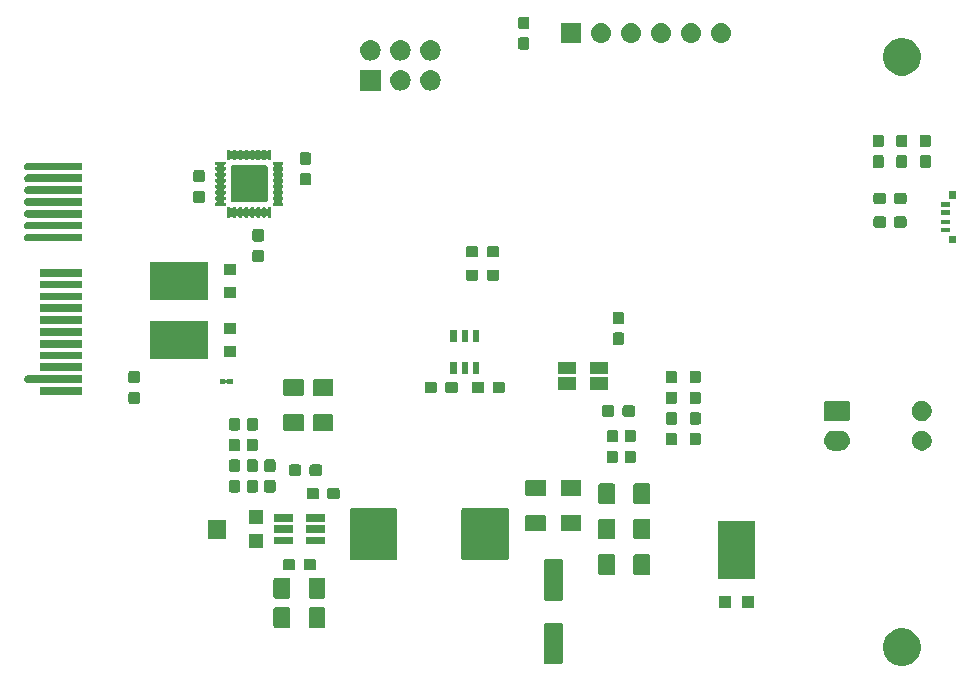
<source format=gbr>
G04 #@! TF.GenerationSoftware,KiCad,Pcbnew,5.0.2+dfsg1-1*
G04 #@! TF.CreationDate,2021-07-01T00:11:18-05:00*
G04 #@! TF.ProjectId,dcpsu-card-a,64637073-752d-4636-9172-642d612e6b69,v0.4-DI-WIP*
G04 #@! TF.SameCoordinates,Original*
G04 #@! TF.FileFunction,Soldermask,Top*
G04 #@! TF.FilePolarity,Negative*
%FSLAX46Y46*%
G04 Gerber Fmt 4.6, Leading zero omitted, Abs format (unit mm)*
G04 Created by KiCad (PCBNEW 5.0.2+dfsg1-1) date Thu 01 Jul 2021 12:11:18 AM CDT*
%MOMM*%
%LPD*%
G01*
G04 APERTURE LIST*
%ADD10C,0.100000*%
G04 APERTURE END LIST*
D10*
G36*
X155466703Y-123461486D02*
X155757883Y-123582097D01*
X156019944Y-123757201D01*
X156242799Y-123980056D01*
X156417903Y-124242117D01*
X156538514Y-124533297D01*
X156600000Y-124842412D01*
X156600000Y-125157588D01*
X156538514Y-125466703D01*
X156417903Y-125757883D01*
X156242799Y-126019944D01*
X156019944Y-126242799D01*
X155757883Y-126417903D01*
X155466703Y-126538514D01*
X155157588Y-126600000D01*
X154842412Y-126600000D01*
X154533297Y-126538514D01*
X154242117Y-126417903D01*
X153980056Y-126242799D01*
X153757201Y-126019944D01*
X153582097Y-125757883D01*
X153461486Y-125466703D01*
X153400000Y-125157588D01*
X153400000Y-124842412D01*
X153461486Y-124533297D01*
X153582097Y-124242117D01*
X153757201Y-123980056D01*
X153980056Y-123757201D01*
X154242117Y-123582097D01*
X154533297Y-123461486D01*
X154842412Y-123400000D01*
X155157588Y-123400000D01*
X155466703Y-123461486D01*
X155466703Y-123461486D01*
G37*
G36*
X126167826Y-122953745D02*
X126198491Y-122963048D01*
X126226750Y-122978152D01*
X126251520Y-122998480D01*
X126271848Y-123023250D01*
X126286952Y-123051509D01*
X126296255Y-123082174D01*
X126300000Y-123120202D01*
X126300000Y-126279798D01*
X126296255Y-126317826D01*
X126286952Y-126348491D01*
X126271848Y-126376750D01*
X126251520Y-126401520D01*
X126226750Y-126421848D01*
X126198491Y-126436952D01*
X126167826Y-126446255D01*
X126129798Y-126450000D01*
X124870202Y-126450000D01*
X124832174Y-126446255D01*
X124801509Y-126436952D01*
X124773250Y-126421848D01*
X124748480Y-126401520D01*
X124728152Y-126376750D01*
X124713048Y-126348491D01*
X124703745Y-126317826D01*
X124700000Y-126279798D01*
X124700000Y-123120202D01*
X124703745Y-123082174D01*
X124713048Y-123051509D01*
X124728152Y-123023250D01*
X124748480Y-122998480D01*
X124773250Y-122978152D01*
X124801509Y-122963048D01*
X124832174Y-122953745D01*
X124870202Y-122950000D01*
X126129798Y-122950000D01*
X126167826Y-122953745D01*
X126167826Y-122953745D01*
G37*
G36*
X103088964Y-121628837D02*
X103120528Y-121638412D01*
X103149617Y-121653960D01*
X103175114Y-121674886D01*
X103196040Y-121700383D01*
X103211588Y-121729472D01*
X103221163Y-121761036D01*
X103225000Y-121799998D01*
X103225000Y-123200002D01*
X103221163Y-123238964D01*
X103211588Y-123270528D01*
X103196040Y-123299617D01*
X103175114Y-123325114D01*
X103149617Y-123346040D01*
X103120528Y-123361588D01*
X103088964Y-123371163D01*
X103050002Y-123375000D01*
X101974998Y-123375000D01*
X101936036Y-123371163D01*
X101904472Y-123361588D01*
X101875383Y-123346040D01*
X101849886Y-123325114D01*
X101828960Y-123299617D01*
X101813412Y-123270528D01*
X101803837Y-123238964D01*
X101800000Y-123200002D01*
X101800000Y-121799998D01*
X101803837Y-121761036D01*
X101813412Y-121729472D01*
X101828960Y-121700383D01*
X101849886Y-121674886D01*
X101875383Y-121653960D01*
X101904472Y-121638412D01*
X101936036Y-121628837D01*
X101974998Y-121625000D01*
X103050002Y-121625000D01*
X103088964Y-121628837D01*
X103088964Y-121628837D01*
G37*
G36*
X106063964Y-121628837D02*
X106095528Y-121638412D01*
X106124617Y-121653960D01*
X106150114Y-121674886D01*
X106171040Y-121700383D01*
X106186588Y-121729472D01*
X106196163Y-121761036D01*
X106200000Y-121799998D01*
X106200000Y-123200002D01*
X106196163Y-123238964D01*
X106186588Y-123270528D01*
X106171040Y-123299617D01*
X106150114Y-123325114D01*
X106124617Y-123346040D01*
X106095528Y-123361588D01*
X106063964Y-123371163D01*
X106025002Y-123375000D01*
X104949998Y-123375000D01*
X104911036Y-123371163D01*
X104879472Y-123361588D01*
X104850383Y-123346040D01*
X104824886Y-123325114D01*
X104803960Y-123299617D01*
X104788412Y-123270528D01*
X104778837Y-123238964D01*
X104775000Y-123200002D01*
X104775000Y-121799998D01*
X104778837Y-121761036D01*
X104788412Y-121729472D01*
X104803960Y-121700383D01*
X104824886Y-121674886D01*
X104850383Y-121653960D01*
X104879472Y-121638412D01*
X104911036Y-121628837D01*
X104949998Y-121625000D01*
X106025002Y-121625000D01*
X106063964Y-121628837D01*
X106063964Y-121628837D01*
G37*
G36*
X142445000Y-121650000D02*
X141495000Y-121650000D01*
X141495000Y-120650000D01*
X142445000Y-120650000D01*
X142445000Y-121650000D01*
X142445000Y-121650000D01*
G37*
G36*
X140505000Y-121650000D02*
X139555000Y-121650000D01*
X139555000Y-120650000D01*
X140505000Y-120650000D01*
X140505000Y-121650000D01*
X140505000Y-121650000D01*
G37*
G36*
X126167826Y-117553745D02*
X126198491Y-117563048D01*
X126226750Y-117578152D01*
X126251520Y-117598480D01*
X126271848Y-117623250D01*
X126286952Y-117651509D01*
X126296255Y-117682174D01*
X126300000Y-117720202D01*
X126300000Y-120879798D01*
X126296255Y-120917826D01*
X126286952Y-120948491D01*
X126271848Y-120976750D01*
X126251520Y-121001520D01*
X126226750Y-121021848D01*
X126198491Y-121036952D01*
X126167826Y-121046255D01*
X126129798Y-121050000D01*
X124870202Y-121050000D01*
X124832174Y-121046255D01*
X124801509Y-121036952D01*
X124773250Y-121021848D01*
X124748480Y-121001520D01*
X124728152Y-120976750D01*
X124713048Y-120948491D01*
X124703745Y-120917826D01*
X124700000Y-120879798D01*
X124700000Y-117720202D01*
X124703745Y-117682174D01*
X124713048Y-117651509D01*
X124728152Y-117623250D01*
X124748480Y-117598480D01*
X124773250Y-117578152D01*
X124801509Y-117563048D01*
X124832174Y-117553745D01*
X124870202Y-117550000D01*
X126129798Y-117550000D01*
X126167826Y-117553745D01*
X126167826Y-117553745D01*
G37*
G36*
X106063964Y-119128837D02*
X106095528Y-119138412D01*
X106124617Y-119153960D01*
X106150114Y-119174886D01*
X106171040Y-119200383D01*
X106186588Y-119229472D01*
X106196163Y-119261036D01*
X106200000Y-119299998D01*
X106200000Y-120700002D01*
X106196163Y-120738964D01*
X106186588Y-120770528D01*
X106171040Y-120799617D01*
X106150114Y-120825114D01*
X106124617Y-120846040D01*
X106095528Y-120861588D01*
X106063964Y-120871163D01*
X106025002Y-120875000D01*
X104949998Y-120875000D01*
X104911036Y-120871163D01*
X104879472Y-120861588D01*
X104850383Y-120846040D01*
X104824886Y-120825114D01*
X104803960Y-120799617D01*
X104788412Y-120770528D01*
X104778837Y-120738964D01*
X104775000Y-120700002D01*
X104775000Y-119299998D01*
X104778837Y-119261036D01*
X104788412Y-119229472D01*
X104803960Y-119200383D01*
X104824886Y-119174886D01*
X104850383Y-119153960D01*
X104879472Y-119138412D01*
X104911036Y-119128837D01*
X104949998Y-119125000D01*
X106025002Y-119125000D01*
X106063964Y-119128837D01*
X106063964Y-119128837D01*
G37*
G36*
X103088964Y-119128837D02*
X103120528Y-119138412D01*
X103149617Y-119153960D01*
X103175114Y-119174886D01*
X103196040Y-119200383D01*
X103211588Y-119229472D01*
X103221163Y-119261036D01*
X103225000Y-119299998D01*
X103225000Y-120700002D01*
X103221163Y-120738964D01*
X103211588Y-120770528D01*
X103196040Y-120799617D01*
X103175114Y-120825114D01*
X103149617Y-120846040D01*
X103120528Y-120861588D01*
X103088964Y-120871163D01*
X103050002Y-120875000D01*
X101974998Y-120875000D01*
X101936036Y-120871163D01*
X101904472Y-120861588D01*
X101875383Y-120846040D01*
X101849886Y-120825114D01*
X101828960Y-120799617D01*
X101813412Y-120770528D01*
X101803837Y-120738964D01*
X101800000Y-120700002D01*
X101800000Y-119299998D01*
X101803837Y-119261036D01*
X101813412Y-119229472D01*
X101828960Y-119200383D01*
X101849886Y-119174886D01*
X101875383Y-119153960D01*
X101904472Y-119138412D01*
X101936036Y-119128837D01*
X101974998Y-119125000D01*
X103050002Y-119125000D01*
X103088964Y-119128837D01*
X103088964Y-119128837D01*
G37*
G36*
X142600000Y-119250000D02*
X139400000Y-119250000D01*
X139400000Y-114350000D01*
X142600000Y-114350000D01*
X142600000Y-119250000D01*
X142600000Y-119250000D01*
G37*
G36*
X130588964Y-117128837D02*
X130620528Y-117138412D01*
X130649617Y-117153960D01*
X130675114Y-117174886D01*
X130696040Y-117200383D01*
X130711588Y-117229472D01*
X130721163Y-117261036D01*
X130725000Y-117299998D01*
X130725000Y-118700002D01*
X130721163Y-118738964D01*
X130711588Y-118770528D01*
X130696040Y-118799617D01*
X130675114Y-118825114D01*
X130649617Y-118846040D01*
X130620528Y-118861588D01*
X130588964Y-118871163D01*
X130550002Y-118875000D01*
X129474998Y-118875000D01*
X129436036Y-118871163D01*
X129404472Y-118861588D01*
X129375383Y-118846040D01*
X129349886Y-118825114D01*
X129328960Y-118799617D01*
X129313412Y-118770528D01*
X129303837Y-118738964D01*
X129300000Y-118700002D01*
X129300000Y-117299998D01*
X129303837Y-117261036D01*
X129313412Y-117229472D01*
X129328960Y-117200383D01*
X129349886Y-117174886D01*
X129375383Y-117153960D01*
X129404472Y-117138412D01*
X129436036Y-117128837D01*
X129474998Y-117125000D01*
X130550002Y-117125000D01*
X130588964Y-117128837D01*
X130588964Y-117128837D01*
G37*
G36*
X133563964Y-117128837D02*
X133595528Y-117138412D01*
X133624617Y-117153960D01*
X133650114Y-117174886D01*
X133671040Y-117200383D01*
X133686588Y-117229472D01*
X133696163Y-117261036D01*
X133700000Y-117299998D01*
X133700000Y-118700002D01*
X133696163Y-118738964D01*
X133686588Y-118770528D01*
X133671040Y-118799617D01*
X133650114Y-118825114D01*
X133624617Y-118846040D01*
X133595528Y-118861588D01*
X133563964Y-118871163D01*
X133525002Y-118875000D01*
X132449998Y-118875000D01*
X132411036Y-118871163D01*
X132379472Y-118861588D01*
X132350383Y-118846040D01*
X132324886Y-118825114D01*
X132303960Y-118799617D01*
X132288412Y-118770528D01*
X132278837Y-118738964D01*
X132275000Y-118700002D01*
X132275000Y-117299998D01*
X132278837Y-117261036D01*
X132288412Y-117229472D01*
X132303960Y-117200383D01*
X132324886Y-117174886D01*
X132350383Y-117153960D01*
X132379472Y-117138412D01*
X132411036Y-117128837D01*
X132449998Y-117125000D01*
X133525002Y-117125000D01*
X133563964Y-117128837D01*
X133563964Y-117128837D01*
G37*
G36*
X103509024Y-117528955D02*
X103541736Y-117538879D01*
X103571890Y-117554997D01*
X103598316Y-117576684D01*
X103620003Y-117603110D01*
X103636121Y-117633264D01*
X103646045Y-117665976D01*
X103650000Y-117706138D01*
X103650000Y-118293862D01*
X103646045Y-118334024D01*
X103636121Y-118366736D01*
X103620003Y-118396890D01*
X103598316Y-118423316D01*
X103571890Y-118445003D01*
X103541736Y-118461121D01*
X103509024Y-118471045D01*
X103468862Y-118475000D01*
X102781138Y-118475000D01*
X102740976Y-118471045D01*
X102708264Y-118461121D01*
X102678110Y-118445003D01*
X102651684Y-118423316D01*
X102629997Y-118396890D01*
X102613879Y-118366736D01*
X102603955Y-118334024D01*
X102600000Y-118293862D01*
X102600000Y-117706138D01*
X102603955Y-117665976D01*
X102613879Y-117633264D01*
X102629997Y-117603110D01*
X102651684Y-117576684D01*
X102678110Y-117554997D01*
X102708264Y-117538879D01*
X102740976Y-117528955D01*
X102781138Y-117525000D01*
X103468862Y-117525000D01*
X103509024Y-117528955D01*
X103509024Y-117528955D01*
G37*
G36*
X105259024Y-117528955D02*
X105291736Y-117538879D01*
X105321890Y-117554997D01*
X105348316Y-117576684D01*
X105370003Y-117603110D01*
X105386121Y-117633264D01*
X105396045Y-117665976D01*
X105400000Y-117706138D01*
X105400000Y-118293862D01*
X105396045Y-118334024D01*
X105386121Y-118366736D01*
X105370003Y-118396890D01*
X105348316Y-118423316D01*
X105321890Y-118445003D01*
X105291736Y-118461121D01*
X105259024Y-118471045D01*
X105218862Y-118475000D01*
X104531138Y-118475000D01*
X104490976Y-118471045D01*
X104458264Y-118461121D01*
X104428110Y-118445003D01*
X104401684Y-118423316D01*
X104379997Y-118396890D01*
X104363879Y-118366736D01*
X104353955Y-118334024D01*
X104350000Y-118293862D01*
X104350000Y-117706138D01*
X104353955Y-117665976D01*
X104363879Y-117633264D01*
X104379997Y-117603110D01*
X104401684Y-117576684D01*
X104428110Y-117554997D01*
X104458264Y-117538879D01*
X104490976Y-117528955D01*
X104531138Y-117525000D01*
X105218862Y-117525000D01*
X105259024Y-117528955D01*
X105259024Y-117528955D01*
G37*
G36*
X121580527Y-113219636D02*
X121619889Y-113231576D01*
X121656156Y-113250961D01*
X121687948Y-113277052D01*
X121714039Y-113308844D01*
X121733424Y-113345111D01*
X121745364Y-113384473D01*
X121750000Y-113431541D01*
X121750000Y-117398459D01*
X121745364Y-117445527D01*
X121733424Y-117484889D01*
X121714039Y-117521156D01*
X121687948Y-117552948D01*
X121656156Y-117579039D01*
X121619889Y-117598424D01*
X121580527Y-117610364D01*
X121533459Y-117615000D01*
X117916541Y-117615000D01*
X117869473Y-117610364D01*
X117830111Y-117598424D01*
X117793844Y-117579039D01*
X117762052Y-117552948D01*
X117735961Y-117521156D01*
X117716576Y-117484889D01*
X117704636Y-117445527D01*
X117700000Y-117398459D01*
X117700000Y-113431541D01*
X117704636Y-113384473D01*
X117716576Y-113345111D01*
X117735961Y-113308844D01*
X117762052Y-113277052D01*
X117793844Y-113250961D01*
X117830111Y-113231576D01*
X117869473Y-113219636D01*
X117916541Y-113215000D01*
X121533459Y-113215000D01*
X121580527Y-113219636D01*
X121580527Y-113219636D01*
G37*
G36*
X112130527Y-113219636D02*
X112169889Y-113231576D01*
X112206156Y-113250961D01*
X112237948Y-113277052D01*
X112264039Y-113308844D01*
X112283424Y-113345111D01*
X112295364Y-113384473D01*
X112300000Y-113431541D01*
X112300000Y-117398459D01*
X112295364Y-117445527D01*
X112283424Y-117484889D01*
X112264039Y-117521156D01*
X112237948Y-117552948D01*
X112206156Y-117579039D01*
X112169889Y-117598424D01*
X112130527Y-117610364D01*
X112083459Y-117615000D01*
X108466541Y-117615000D01*
X108419473Y-117610364D01*
X108380111Y-117598424D01*
X108343844Y-117579039D01*
X108312052Y-117552948D01*
X108285961Y-117521156D01*
X108266576Y-117484889D01*
X108254636Y-117445527D01*
X108250000Y-117398459D01*
X108250000Y-113431541D01*
X108254636Y-113384473D01*
X108266576Y-113345111D01*
X108285961Y-113308844D01*
X108312052Y-113277052D01*
X108343844Y-113250961D01*
X108380111Y-113231576D01*
X108419473Y-113219636D01*
X108466541Y-113215000D01*
X112083459Y-113215000D01*
X112130527Y-113219636D01*
X112130527Y-113219636D01*
G37*
G36*
X100900000Y-116600000D02*
X99700000Y-116600000D01*
X99700000Y-115400000D01*
X100900000Y-115400000D01*
X100900000Y-116600000D01*
X100900000Y-116600000D01*
G37*
G36*
X106130000Y-116275000D02*
X104570000Y-116275000D01*
X104570000Y-115625000D01*
X106130000Y-115625000D01*
X106130000Y-116275000D01*
X106130000Y-116275000D01*
G37*
G36*
X103430000Y-116275000D02*
X101870000Y-116275000D01*
X101870000Y-115625000D01*
X103430000Y-115625000D01*
X103430000Y-116275000D01*
X103430000Y-116275000D01*
G37*
G36*
X133563964Y-114128837D02*
X133595528Y-114138412D01*
X133624617Y-114153960D01*
X133650114Y-114174886D01*
X133671040Y-114200383D01*
X133686588Y-114229472D01*
X133696163Y-114261036D01*
X133700000Y-114299998D01*
X133700000Y-115700002D01*
X133696163Y-115738964D01*
X133686588Y-115770528D01*
X133671040Y-115799617D01*
X133650114Y-115825114D01*
X133624617Y-115846040D01*
X133595528Y-115861588D01*
X133563964Y-115871163D01*
X133525002Y-115875000D01*
X132449998Y-115875000D01*
X132411036Y-115871163D01*
X132379472Y-115861588D01*
X132350383Y-115846040D01*
X132324886Y-115825114D01*
X132303960Y-115799617D01*
X132288412Y-115770528D01*
X132278837Y-115738964D01*
X132275000Y-115700002D01*
X132275000Y-114299998D01*
X132278837Y-114261036D01*
X132288412Y-114229472D01*
X132303960Y-114200383D01*
X132324886Y-114174886D01*
X132350383Y-114153960D01*
X132379472Y-114138412D01*
X132411036Y-114128837D01*
X132449998Y-114125000D01*
X133525002Y-114125000D01*
X133563964Y-114128837D01*
X133563964Y-114128837D01*
G37*
G36*
X130588964Y-114128837D02*
X130620528Y-114138412D01*
X130649617Y-114153960D01*
X130675114Y-114174886D01*
X130696040Y-114200383D01*
X130711588Y-114229472D01*
X130721163Y-114261036D01*
X130725000Y-114299998D01*
X130725000Y-115700002D01*
X130721163Y-115738964D01*
X130711588Y-115770528D01*
X130696040Y-115799617D01*
X130675114Y-115825114D01*
X130649617Y-115846040D01*
X130620528Y-115861588D01*
X130588964Y-115871163D01*
X130550002Y-115875000D01*
X129474998Y-115875000D01*
X129436036Y-115871163D01*
X129404472Y-115861588D01*
X129375383Y-115846040D01*
X129349886Y-115825114D01*
X129328960Y-115799617D01*
X129313412Y-115770528D01*
X129303837Y-115738964D01*
X129300000Y-115700002D01*
X129300000Y-114299998D01*
X129303837Y-114261036D01*
X129313412Y-114229472D01*
X129328960Y-114200383D01*
X129349886Y-114174886D01*
X129375383Y-114153960D01*
X129404472Y-114138412D01*
X129436036Y-114128837D01*
X129474998Y-114125000D01*
X130550002Y-114125000D01*
X130588964Y-114128837D01*
X130588964Y-114128837D01*
G37*
G36*
X97800000Y-115800000D02*
X96300000Y-115800000D01*
X96300000Y-114200000D01*
X97800000Y-114200000D01*
X97800000Y-115800000D01*
X97800000Y-115800000D01*
G37*
G36*
X106130000Y-115325000D02*
X104570000Y-115325000D01*
X104570000Y-114675000D01*
X106130000Y-114675000D01*
X106130000Y-115325000D01*
X106130000Y-115325000D01*
G37*
G36*
X103430000Y-115325000D02*
X101870000Y-115325000D01*
X101870000Y-114675000D01*
X103430000Y-114675000D01*
X103430000Y-115325000D01*
X103430000Y-115325000D01*
G37*
G36*
X127738964Y-113778837D02*
X127770528Y-113788412D01*
X127799617Y-113803960D01*
X127825114Y-113824886D01*
X127846040Y-113850383D01*
X127861588Y-113879472D01*
X127871163Y-113911036D01*
X127875000Y-113949998D01*
X127875000Y-115025002D01*
X127871163Y-115063964D01*
X127861588Y-115095528D01*
X127846040Y-115124617D01*
X127825114Y-115150114D01*
X127799617Y-115171040D01*
X127770528Y-115186588D01*
X127738964Y-115196163D01*
X127700002Y-115200000D01*
X126299998Y-115200000D01*
X126261036Y-115196163D01*
X126229472Y-115186588D01*
X126200383Y-115171040D01*
X126174886Y-115150114D01*
X126153960Y-115124617D01*
X126138412Y-115095528D01*
X126128837Y-115063964D01*
X126125000Y-115025002D01*
X126125000Y-113949998D01*
X126128837Y-113911036D01*
X126138412Y-113879472D01*
X126153960Y-113850383D01*
X126174886Y-113824886D01*
X126200383Y-113803960D01*
X126229472Y-113788412D01*
X126261036Y-113778837D01*
X126299998Y-113775000D01*
X127700002Y-113775000D01*
X127738964Y-113778837D01*
X127738964Y-113778837D01*
G37*
G36*
X124738964Y-113778837D02*
X124770528Y-113788412D01*
X124799617Y-113803960D01*
X124825114Y-113824886D01*
X124846040Y-113850383D01*
X124861588Y-113879472D01*
X124871163Y-113911036D01*
X124875000Y-113949998D01*
X124875000Y-115025002D01*
X124871163Y-115063964D01*
X124861588Y-115095528D01*
X124846040Y-115124617D01*
X124825114Y-115150114D01*
X124799617Y-115171040D01*
X124770528Y-115186588D01*
X124738964Y-115196163D01*
X124700002Y-115200000D01*
X123299998Y-115200000D01*
X123261036Y-115196163D01*
X123229472Y-115186588D01*
X123200383Y-115171040D01*
X123174886Y-115150114D01*
X123153960Y-115124617D01*
X123138412Y-115095528D01*
X123128837Y-115063964D01*
X123125000Y-115025002D01*
X123125000Y-113949998D01*
X123128837Y-113911036D01*
X123138412Y-113879472D01*
X123153960Y-113850383D01*
X123174886Y-113824886D01*
X123200383Y-113803960D01*
X123229472Y-113788412D01*
X123261036Y-113778837D01*
X123299998Y-113775000D01*
X124700002Y-113775000D01*
X124738964Y-113778837D01*
X124738964Y-113778837D01*
G37*
G36*
X100900000Y-114600000D02*
X99700000Y-114600000D01*
X99700000Y-113400000D01*
X100900000Y-113400000D01*
X100900000Y-114600000D01*
X100900000Y-114600000D01*
G37*
G36*
X103430000Y-114375000D02*
X101870000Y-114375000D01*
X101870000Y-113725000D01*
X103430000Y-113725000D01*
X103430000Y-114375000D01*
X103430000Y-114375000D01*
G37*
G36*
X106130000Y-114375000D02*
X104570000Y-114375000D01*
X104570000Y-113725000D01*
X106130000Y-113725000D01*
X106130000Y-114375000D01*
X106130000Y-114375000D01*
G37*
G36*
X133563964Y-111128837D02*
X133595528Y-111138412D01*
X133624617Y-111153960D01*
X133650114Y-111174886D01*
X133671040Y-111200383D01*
X133686588Y-111229472D01*
X133696163Y-111261036D01*
X133700000Y-111299998D01*
X133700000Y-112700002D01*
X133696163Y-112738964D01*
X133686588Y-112770528D01*
X133671040Y-112799617D01*
X133650114Y-112825114D01*
X133624617Y-112846040D01*
X133595528Y-112861588D01*
X133563964Y-112871163D01*
X133525002Y-112875000D01*
X132449998Y-112875000D01*
X132411036Y-112871163D01*
X132379472Y-112861588D01*
X132350383Y-112846040D01*
X132324886Y-112825114D01*
X132303960Y-112799617D01*
X132288412Y-112770528D01*
X132278837Y-112738964D01*
X132275000Y-112700002D01*
X132275000Y-111299998D01*
X132278837Y-111261036D01*
X132288412Y-111229472D01*
X132303960Y-111200383D01*
X132324886Y-111174886D01*
X132350383Y-111153960D01*
X132379472Y-111138412D01*
X132411036Y-111128837D01*
X132449998Y-111125000D01*
X133525002Y-111125000D01*
X133563964Y-111128837D01*
X133563964Y-111128837D01*
G37*
G36*
X130588964Y-111128837D02*
X130620528Y-111138412D01*
X130649617Y-111153960D01*
X130675114Y-111174886D01*
X130696040Y-111200383D01*
X130711588Y-111229472D01*
X130721163Y-111261036D01*
X130725000Y-111299998D01*
X130725000Y-112700002D01*
X130721163Y-112738964D01*
X130711588Y-112770528D01*
X130696040Y-112799617D01*
X130675114Y-112825114D01*
X130649617Y-112846040D01*
X130620528Y-112861588D01*
X130588964Y-112871163D01*
X130550002Y-112875000D01*
X129474998Y-112875000D01*
X129436036Y-112871163D01*
X129404472Y-112861588D01*
X129375383Y-112846040D01*
X129349886Y-112825114D01*
X129328960Y-112799617D01*
X129313412Y-112770528D01*
X129303837Y-112738964D01*
X129300000Y-112700002D01*
X129300000Y-111299998D01*
X129303837Y-111261036D01*
X129313412Y-111229472D01*
X129328960Y-111200383D01*
X129349886Y-111174886D01*
X129375383Y-111153960D01*
X129404472Y-111138412D01*
X129436036Y-111128837D01*
X129474998Y-111125000D01*
X130550002Y-111125000D01*
X130588964Y-111128837D01*
X130588964Y-111128837D01*
G37*
G36*
X105509024Y-111528955D02*
X105541736Y-111538879D01*
X105571890Y-111554997D01*
X105598316Y-111576684D01*
X105620003Y-111603110D01*
X105636121Y-111633264D01*
X105646045Y-111665976D01*
X105650000Y-111706138D01*
X105650000Y-112293862D01*
X105646045Y-112334024D01*
X105636121Y-112366736D01*
X105620003Y-112396890D01*
X105598316Y-112423316D01*
X105571890Y-112445003D01*
X105541736Y-112461121D01*
X105509024Y-112471045D01*
X105468862Y-112475000D01*
X104781138Y-112475000D01*
X104740976Y-112471045D01*
X104708264Y-112461121D01*
X104678110Y-112445003D01*
X104651684Y-112423316D01*
X104629997Y-112396890D01*
X104613879Y-112366736D01*
X104603955Y-112334024D01*
X104600000Y-112293862D01*
X104600000Y-111706138D01*
X104603955Y-111665976D01*
X104613879Y-111633264D01*
X104629997Y-111603110D01*
X104651684Y-111576684D01*
X104678110Y-111554997D01*
X104708264Y-111538879D01*
X104740976Y-111528955D01*
X104781138Y-111525000D01*
X105468862Y-111525000D01*
X105509024Y-111528955D01*
X105509024Y-111528955D01*
G37*
G36*
X107259024Y-111528955D02*
X107291736Y-111538879D01*
X107321890Y-111554997D01*
X107348316Y-111576684D01*
X107370003Y-111603110D01*
X107386121Y-111633264D01*
X107396045Y-111665976D01*
X107400000Y-111706138D01*
X107400000Y-112293862D01*
X107396045Y-112334024D01*
X107386121Y-112366736D01*
X107370003Y-112396890D01*
X107348316Y-112423316D01*
X107321890Y-112445003D01*
X107291736Y-112461121D01*
X107259024Y-112471045D01*
X107218862Y-112475000D01*
X106531138Y-112475000D01*
X106490976Y-112471045D01*
X106458264Y-112461121D01*
X106428110Y-112445003D01*
X106401684Y-112423316D01*
X106379997Y-112396890D01*
X106363879Y-112366736D01*
X106353955Y-112334024D01*
X106350000Y-112293862D01*
X106350000Y-111706138D01*
X106353955Y-111665976D01*
X106363879Y-111633264D01*
X106379997Y-111603110D01*
X106401684Y-111576684D01*
X106428110Y-111554997D01*
X106458264Y-111538879D01*
X106490976Y-111528955D01*
X106531138Y-111525000D01*
X107218862Y-111525000D01*
X107259024Y-111528955D01*
X107259024Y-111528955D01*
G37*
G36*
X124738964Y-110803837D02*
X124770528Y-110813412D01*
X124799617Y-110828960D01*
X124825114Y-110849886D01*
X124846040Y-110875383D01*
X124861588Y-110904472D01*
X124871163Y-110936036D01*
X124875000Y-110974998D01*
X124875000Y-112050002D01*
X124871163Y-112088964D01*
X124861588Y-112120528D01*
X124846040Y-112149617D01*
X124825114Y-112175114D01*
X124799617Y-112196040D01*
X124770528Y-112211588D01*
X124738964Y-112221163D01*
X124700002Y-112225000D01*
X123299998Y-112225000D01*
X123261036Y-112221163D01*
X123229472Y-112211588D01*
X123200383Y-112196040D01*
X123174886Y-112175114D01*
X123153960Y-112149617D01*
X123138412Y-112120528D01*
X123128837Y-112088964D01*
X123125000Y-112050002D01*
X123125000Y-110974998D01*
X123128837Y-110936036D01*
X123138412Y-110904472D01*
X123153960Y-110875383D01*
X123174886Y-110849886D01*
X123200383Y-110828960D01*
X123229472Y-110813412D01*
X123261036Y-110803837D01*
X123299998Y-110800000D01*
X124700002Y-110800000D01*
X124738964Y-110803837D01*
X124738964Y-110803837D01*
G37*
G36*
X127738964Y-110803837D02*
X127770528Y-110813412D01*
X127799617Y-110828960D01*
X127825114Y-110849886D01*
X127846040Y-110875383D01*
X127861588Y-110904472D01*
X127871163Y-110936036D01*
X127875000Y-110974998D01*
X127875000Y-112050002D01*
X127871163Y-112088964D01*
X127861588Y-112120528D01*
X127846040Y-112149617D01*
X127825114Y-112175114D01*
X127799617Y-112196040D01*
X127770528Y-112211588D01*
X127738964Y-112221163D01*
X127700002Y-112225000D01*
X126299998Y-112225000D01*
X126261036Y-112221163D01*
X126229472Y-112211588D01*
X126200383Y-112196040D01*
X126174886Y-112175114D01*
X126153960Y-112149617D01*
X126138412Y-112120528D01*
X126128837Y-112088964D01*
X126125000Y-112050002D01*
X126125000Y-110974998D01*
X126128837Y-110936036D01*
X126138412Y-110904472D01*
X126153960Y-110875383D01*
X126174886Y-110849886D01*
X126200383Y-110828960D01*
X126229472Y-110813412D01*
X126261036Y-110803837D01*
X126299998Y-110800000D01*
X127700002Y-110800000D01*
X127738964Y-110803837D01*
X127738964Y-110803837D01*
G37*
G36*
X101834024Y-110853955D02*
X101866736Y-110863879D01*
X101896890Y-110879997D01*
X101923316Y-110901684D01*
X101945003Y-110928110D01*
X101961121Y-110958264D01*
X101971045Y-110990976D01*
X101975000Y-111031138D01*
X101975000Y-111718862D01*
X101971045Y-111759024D01*
X101961121Y-111791736D01*
X101945003Y-111821890D01*
X101923316Y-111848316D01*
X101896890Y-111870003D01*
X101866736Y-111886121D01*
X101834024Y-111896045D01*
X101793862Y-111900000D01*
X101206138Y-111900000D01*
X101165976Y-111896045D01*
X101133264Y-111886121D01*
X101103110Y-111870003D01*
X101076684Y-111848316D01*
X101054997Y-111821890D01*
X101038879Y-111791736D01*
X101028955Y-111759024D01*
X101025000Y-111718862D01*
X101025000Y-111031138D01*
X101028955Y-110990976D01*
X101038879Y-110958264D01*
X101054997Y-110928110D01*
X101076684Y-110901684D01*
X101103110Y-110879997D01*
X101133264Y-110863879D01*
X101165976Y-110853955D01*
X101206138Y-110850000D01*
X101793862Y-110850000D01*
X101834024Y-110853955D01*
X101834024Y-110853955D01*
G37*
G36*
X100334024Y-110853955D02*
X100366736Y-110863879D01*
X100396890Y-110879997D01*
X100423316Y-110901684D01*
X100445003Y-110928110D01*
X100461121Y-110958264D01*
X100471045Y-110990976D01*
X100475000Y-111031138D01*
X100475000Y-111718862D01*
X100471045Y-111759024D01*
X100461121Y-111791736D01*
X100445003Y-111821890D01*
X100423316Y-111848316D01*
X100396890Y-111870003D01*
X100366736Y-111886121D01*
X100334024Y-111896045D01*
X100293862Y-111900000D01*
X99706138Y-111900000D01*
X99665976Y-111896045D01*
X99633264Y-111886121D01*
X99603110Y-111870003D01*
X99576684Y-111848316D01*
X99554997Y-111821890D01*
X99538879Y-111791736D01*
X99528955Y-111759024D01*
X99525000Y-111718862D01*
X99525000Y-111031138D01*
X99528955Y-110990976D01*
X99538879Y-110958264D01*
X99554997Y-110928110D01*
X99576684Y-110901684D01*
X99603110Y-110879997D01*
X99633264Y-110863879D01*
X99665976Y-110853955D01*
X99706138Y-110850000D01*
X100293862Y-110850000D01*
X100334024Y-110853955D01*
X100334024Y-110853955D01*
G37*
G36*
X98834024Y-110853955D02*
X98866736Y-110863879D01*
X98896890Y-110879997D01*
X98923316Y-110901684D01*
X98945003Y-110928110D01*
X98961121Y-110958264D01*
X98971045Y-110990976D01*
X98975000Y-111031138D01*
X98975000Y-111718862D01*
X98971045Y-111759024D01*
X98961121Y-111791736D01*
X98945003Y-111821890D01*
X98923316Y-111848316D01*
X98896890Y-111870003D01*
X98866736Y-111886121D01*
X98834024Y-111896045D01*
X98793862Y-111900000D01*
X98206138Y-111900000D01*
X98165976Y-111896045D01*
X98133264Y-111886121D01*
X98103110Y-111870003D01*
X98076684Y-111848316D01*
X98054997Y-111821890D01*
X98038879Y-111791736D01*
X98028955Y-111759024D01*
X98025000Y-111718862D01*
X98025000Y-111031138D01*
X98028955Y-110990976D01*
X98038879Y-110958264D01*
X98054997Y-110928110D01*
X98076684Y-110901684D01*
X98103110Y-110879997D01*
X98133264Y-110863879D01*
X98165976Y-110853955D01*
X98206138Y-110850000D01*
X98793862Y-110850000D01*
X98834024Y-110853955D01*
X98834024Y-110853955D01*
G37*
G36*
X104009024Y-109528955D02*
X104041736Y-109538879D01*
X104071890Y-109554997D01*
X104098316Y-109576684D01*
X104120003Y-109603110D01*
X104136121Y-109633264D01*
X104146045Y-109665976D01*
X104150000Y-109706138D01*
X104150000Y-110293862D01*
X104146045Y-110334024D01*
X104136121Y-110366736D01*
X104120003Y-110396890D01*
X104098316Y-110423316D01*
X104071890Y-110445003D01*
X104041736Y-110461121D01*
X104009024Y-110471045D01*
X103968862Y-110475000D01*
X103281138Y-110475000D01*
X103240976Y-110471045D01*
X103208264Y-110461121D01*
X103178110Y-110445003D01*
X103151684Y-110423316D01*
X103129997Y-110396890D01*
X103113879Y-110366736D01*
X103103955Y-110334024D01*
X103100000Y-110293862D01*
X103100000Y-109706138D01*
X103103955Y-109665976D01*
X103113879Y-109633264D01*
X103129997Y-109603110D01*
X103151684Y-109576684D01*
X103178110Y-109554997D01*
X103208264Y-109538879D01*
X103240976Y-109528955D01*
X103281138Y-109525000D01*
X103968862Y-109525000D01*
X104009024Y-109528955D01*
X104009024Y-109528955D01*
G37*
G36*
X105759024Y-109528955D02*
X105791736Y-109538879D01*
X105821890Y-109554997D01*
X105848316Y-109576684D01*
X105870003Y-109603110D01*
X105886121Y-109633264D01*
X105896045Y-109665976D01*
X105900000Y-109706138D01*
X105900000Y-110293862D01*
X105896045Y-110334024D01*
X105886121Y-110366736D01*
X105870003Y-110396890D01*
X105848316Y-110423316D01*
X105821890Y-110445003D01*
X105791736Y-110461121D01*
X105759024Y-110471045D01*
X105718862Y-110475000D01*
X105031138Y-110475000D01*
X104990976Y-110471045D01*
X104958264Y-110461121D01*
X104928110Y-110445003D01*
X104901684Y-110423316D01*
X104879997Y-110396890D01*
X104863879Y-110366736D01*
X104853955Y-110334024D01*
X104850000Y-110293862D01*
X104850000Y-109706138D01*
X104853955Y-109665976D01*
X104863879Y-109633264D01*
X104879997Y-109603110D01*
X104901684Y-109576684D01*
X104928110Y-109554997D01*
X104958264Y-109538879D01*
X104990976Y-109528955D01*
X105031138Y-109525000D01*
X105718862Y-109525000D01*
X105759024Y-109528955D01*
X105759024Y-109528955D01*
G37*
G36*
X101834024Y-109103955D02*
X101866736Y-109113879D01*
X101896890Y-109129997D01*
X101923316Y-109151684D01*
X101945003Y-109178110D01*
X101961121Y-109208264D01*
X101971045Y-109240976D01*
X101975000Y-109281138D01*
X101975000Y-109968862D01*
X101971045Y-110009024D01*
X101961121Y-110041736D01*
X101945003Y-110071890D01*
X101923316Y-110098316D01*
X101896890Y-110120003D01*
X101866736Y-110136121D01*
X101834024Y-110146045D01*
X101793862Y-110150000D01*
X101206138Y-110150000D01*
X101165976Y-110146045D01*
X101133264Y-110136121D01*
X101103110Y-110120003D01*
X101076684Y-110098316D01*
X101054997Y-110071890D01*
X101038879Y-110041736D01*
X101028955Y-110009024D01*
X101025000Y-109968862D01*
X101025000Y-109281138D01*
X101028955Y-109240976D01*
X101038879Y-109208264D01*
X101054997Y-109178110D01*
X101076684Y-109151684D01*
X101103110Y-109129997D01*
X101133264Y-109113879D01*
X101165976Y-109103955D01*
X101206138Y-109100000D01*
X101793862Y-109100000D01*
X101834024Y-109103955D01*
X101834024Y-109103955D01*
G37*
G36*
X100334024Y-109103955D02*
X100366736Y-109113879D01*
X100396890Y-109129997D01*
X100423316Y-109151684D01*
X100445003Y-109178110D01*
X100461121Y-109208264D01*
X100471045Y-109240976D01*
X100475000Y-109281138D01*
X100475000Y-109968862D01*
X100471045Y-110009024D01*
X100461121Y-110041736D01*
X100445003Y-110071890D01*
X100423316Y-110098316D01*
X100396890Y-110120003D01*
X100366736Y-110136121D01*
X100334024Y-110146045D01*
X100293862Y-110150000D01*
X99706138Y-110150000D01*
X99665976Y-110146045D01*
X99633264Y-110136121D01*
X99603110Y-110120003D01*
X99576684Y-110098316D01*
X99554997Y-110071890D01*
X99538879Y-110041736D01*
X99528955Y-110009024D01*
X99525000Y-109968862D01*
X99525000Y-109281138D01*
X99528955Y-109240976D01*
X99538879Y-109208264D01*
X99554997Y-109178110D01*
X99576684Y-109151684D01*
X99603110Y-109129997D01*
X99633264Y-109113879D01*
X99665976Y-109103955D01*
X99706138Y-109100000D01*
X100293862Y-109100000D01*
X100334024Y-109103955D01*
X100334024Y-109103955D01*
G37*
G36*
X98834024Y-109103955D02*
X98866736Y-109113879D01*
X98896890Y-109129997D01*
X98923316Y-109151684D01*
X98945003Y-109178110D01*
X98961121Y-109208264D01*
X98971045Y-109240976D01*
X98975000Y-109281138D01*
X98975000Y-109968862D01*
X98971045Y-110009024D01*
X98961121Y-110041736D01*
X98945003Y-110071890D01*
X98923316Y-110098316D01*
X98896890Y-110120003D01*
X98866736Y-110136121D01*
X98834024Y-110146045D01*
X98793862Y-110150000D01*
X98206138Y-110150000D01*
X98165976Y-110146045D01*
X98133264Y-110136121D01*
X98103110Y-110120003D01*
X98076684Y-110098316D01*
X98054997Y-110071890D01*
X98038879Y-110041736D01*
X98028955Y-110009024D01*
X98025000Y-109968862D01*
X98025000Y-109281138D01*
X98028955Y-109240976D01*
X98038879Y-109208264D01*
X98054997Y-109178110D01*
X98076684Y-109151684D01*
X98103110Y-109129997D01*
X98133264Y-109113879D01*
X98165976Y-109103955D01*
X98206138Y-109100000D01*
X98793862Y-109100000D01*
X98834024Y-109103955D01*
X98834024Y-109103955D01*
G37*
G36*
X130834024Y-108353955D02*
X130866736Y-108363879D01*
X130896890Y-108379997D01*
X130923316Y-108401684D01*
X130945003Y-108428110D01*
X130961121Y-108458264D01*
X130971045Y-108490976D01*
X130975000Y-108531138D01*
X130975000Y-109218862D01*
X130971045Y-109259024D01*
X130961121Y-109291736D01*
X130945003Y-109321890D01*
X130923316Y-109348316D01*
X130896890Y-109370003D01*
X130866736Y-109386121D01*
X130834024Y-109396045D01*
X130793862Y-109400000D01*
X130206138Y-109400000D01*
X130165976Y-109396045D01*
X130133264Y-109386121D01*
X130103110Y-109370003D01*
X130076684Y-109348316D01*
X130054997Y-109321890D01*
X130038879Y-109291736D01*
X130028955Y-109259024D01*
X130025000Y-109218862D01*
X130025000Y-108531138D01*
X130028955Y-108490976D01*
X130038879Y-108458264D01*
X130054997Y-108428110D01*
X130076684Y-108401684D01*
X130103110Y-108379997D01*
X130133264Y-108363879D01*
X130165976Y-108353955D01*
X130206138Y-108350000D01*
X130793862Y-108350000D01*
X130834024Y-108353955D01*
X130834024Y-108353955D01*
G37*
G36*
X132334024Y-108353955D02*
X132366736Y-108363879D01*
X132396890Y-108379997D01*
X132423316Y-108401684D01*
X132445003Y-108428110D01*
X132461121Y-108458264D01*
X132471045Y-108490976D01*
X132475000Y-108531138D01*
X132475000Y-109218862D01*
X132471045Y-109259024D01*
X132461121Y-109291736D01*
X132445003Y-109321890D01*
X132423316Y-109348316D01*
X132396890Y-109370003D01*
X132366736Y-109386121D01*
X132334024Y-109396045D01*
X132293862Y-109400000D01*
X131706138Y-109400000D01*
X131665976Y-109396045D01*
X131633264Y-109386121D01*
X131603110Y-109370003D01*
X131576684Y-109348316D01*
X131554997Y-109321890D01*
X131538879Y-109291736D01*
X131528955Y-109259024D01*
X131525000Y-109218862D01*
X131525000Y-108531138D01*
X131528955Y-108490976D01*
X131538879Y-108458264D01*
X131554997Y-108428110D01*
X131576684Y-108401684D01*
X131603110Y-108379997D01*
X131633264Y-108363879D01*
X131665976Y-108353955D01*
X131706138Y-108350000D01*
X132293862Y-108350000D01*
X132334024Y-108353955D01*
X132334024Y-108353955D01*
G37*
G36*
X100334024Y-107353955D02*
X100366736Y-107363879D01*
X100396890Y-107379997D01*
X100423316Y-107401684D01*
X100445003Y-107428110D01*
X100461121Y-107458264D01*
X100471045Y-107490976D01*
X100475000Y-107531138D01*
X100475000Y-108218862D01*
X100471045Y-108259024D01*
X100461121Y-108291736D01*
X100445003Y-108321890D01*
X100423316Y-108348316D01*
X100396890Y-108370003D01*
X100366736Y-108386121D01*
X100334024Y-108396045D01*
X100293862Y-108400000D01*
X99706138Y-108400000D01*
X99665976Y-108396045D01*
X99633264Y-108386121D01*
X99603110Y-108370003D01*
X99576684Y-108348316D01*
X99554997Y-108321890D01*
X99538879Y-108291736D01*
X99528955Y-108259024D01*
X99525000Y-108218862D01*
X99525000Y-107531138D01*
X99528955Y-107490976D01*
X99538879Y-107458264D01*
X99554997Y-107428110D01*
X99576684Y-107401684D01*
X99603110Y-107379997D01*
X99633264Y-107363879D01*
X99665976Y-107353955D01*
X99706138Y-107350000D01*
X100293862Y-107350000D01*
X100334024Y-107353955D01*
X100334024Y-107353955D01*
G37*
G36*
X98834024Y-107353955D02*
X98866736Y-107363879D01*
X98896890Y-107379997D01*
X98923316Y-107401684D01*
X98945003Y-107428110D01*
X98961121Y-107458264D01*
X98971045Y-107490976D01*
X98975000Y-107531138D01*
X98975000Y-108218862D01*
X98971045Y-108259024D01*
X98961121Y-108291736D01*
X98945003Y-108321890D01*
X98923316Y-108348316D01*
X98896890Y-108370003D01*
X98866736Y-108386121D01*
X98834024Y-108396045D01*
X98793862Y-108400000D01*
X98206138Y-108400000D01*
X98165976Y-108396045D01*
X98133264Y-108386121D01*
X98103110Y-108370003D01*
X98076684Y-108348316D01*
X98054997Y-108321890D01*
X98038879Y-108291736D01*
X98028955Y-108259024D01*
X98025000Y-108218862D01*
X98025000Y-107531138D01*
X98028955Y-107490976D01*
X98038879Y-107458264D01*
X98054997Y-107428110D01*
X98076684Y-107401684D01*
X98103110Y-107379997D01*
X98133264Y-107363879D01*
X98165976Y-107353955D01*
X98206138Y-107350000D01*
X98793862Y-107350000D01*
X98834024Y-107353955D01*
X98834024Y-107353955D01*
G37*
G36*
X149916630Y-106662299D02*
X150076855Y-106710903D01*
X150224520Y-106789831D01*
X150353949Y-106896051D01*
X150460169Y-107025480D01*
X150539097Y-107173145D01*
X150587701Y-107333370D01*
X150604112Y-107500000D01*
X150587701Y-107666630D01*
X150539097Y-107826855D01*
X150460169Y-107974520D01*
X150353949Y-108103949D01*
X150224520Y-108210169D01*
X150076855Y-108289097D01*
X149916630Y-108337701D01*
X149791752Y-108350000D01*
X149208248Y-108350000D01*
X149083370Y-108337701D01*
X148923145Y-108289097D01*
X148775480Y-108210169D01*
X148646051Y-108103949D01*
X148539831Y-107974520D01*
X148460903Y-107826855D01*
X148412299Y-107666630D01*
X148395888Y-107500000D01*
X148412299Y-107333370D01*
X148460903Y-107173145D01*
X148539831Y-107025480D01*
X148646051Y-106896051D01*
X148775480Y-106789831D01*
X148923145Y-106710903D01*
X149083370Y-106662299D01*
X149208248Y-106650000D01*
X149791752Y-106650000D01*
X149916630Y-106662299D01*
X149916630Y-106662299D01*
G37*
G36*
X156927934Y-106682664D02*
X157082627Y-106746740D01*
X157221847Y-106839764D01*
X157340236Y-106958153D01*
X157433260Y-107097373D01*
X157497336Y-107252066D01*
X157530000Y-107416281D01*
X157530000Y-107583719D01*
X157497336Y-107747934D01*
X157433260Y-107902627D01*
X157340236Y-108041847D01*
X157221847Y-108160236D01*
X157082627Y-108253260D01*
X156927934Y-108317336D01*
X156763719Y-108350000D01*
X156596281Y-108350000D01*
X156432066Y-108317336D01*
X156277373Y-108253260D01*
X156138153Y-108160236D01*
X156019764Y-108041847D01*
X155926740Y-107902627D01*
X155862664Y-107747934D01*
X155830000Y-107583719D01*
X155830000Y-107416281D01*
X155862664Y-107252066D01*
X155926740Y-107097373D01*
X156019764Y-106958153D01*
X156138153Y-106839764D01*
X156277373Y-106746740D01*
X156432066Y-106682664D01*
X156596281Y-106650000D01*
X156763719Y-106650000D01*
X156927934Y-106682664D01*
X156927934Y-106682664D01*
G37*
G36*
X137834024Y-106853955D02*
X137866736Y-106863879D01*
X137896890Y-106879997D01*
X137923316Y-106901684D01*
X137945003Y-106928110D01*
X137961121Y-106958264D01*
X137971045Y-106990976D01*
X137975000Y-107031138D01*
X137975000Y-107718862D01*
X137971045Y-107759024D01*
X137961121Y-107791736D01*
X137945003Y-107821890D01*
X137923316Y-107848316D01*
X137896890Y-107870003D01*
X137866736Y-107886121D01*
X137834024Y-107896045D01*
X137793862Y-107900000D01*
X137206138Y-107900000D01*
X137165976Y-107896045D01*
X137133264Y-107886121D01*
X137103110Y-107870003D01*
X137076684Y-107848316D01*
X137054997Y-107821890D01*
X137038879Y-107791736D01*
X137028955Y-107759024D01*
X137025000Y-107718862D01*
X137025000Y-107031138D01*
X137028955Y-106990976D01*
X137038879Y-106958264D01*
X137054997Y-106928110D01*
X137076684Y-106901684D01*
X137103110Y-106879997D01*
X137133264Y-106863879D01*
X137165976Y-106853955D01*
X137206138Y-106850000D01*
X137793862Y-106850000D01*
X137834024Y-106853955D01*
X137834024Y-106853955D01*
G37*
G36*
X135834024Y-106853955D02*
X135866736Y-106863879D01*
X135896890Y-106879997D01*
X135923316Y-106901684D01*
X135945003Y-106928110D01*
X135961121Y-106958264D01*
X135971045Y-106990976D01*
X135975000Y-107031138D01*
X135975000Y-107718862D01*
X135971045Y-107759024D01*
X135961121Y-107791736D01*
X135945003Y-107821890D01*
X135923316Y-107848316D01*
X135896890Y-107870003D01*
X135866736Y-107886121D01*
X135834024Y-107896045D01*
X135793862Y-107900000D01*
X135206138Y-107900000D01*
X135165976Y-107896045D01*
X135133264Y-107886121D01*
X135103110Y-107870003D01*
X135076684Y-107848316D01*
X135054997Y-107821890D01*
X135038879Y-107791736D01*
X135028955Y-107759024D01*
X135025000Y-107718862D01*
X135025000Y-107031138D01*
X135028955Y-106990976D01*
X135038879Y-106958264D01*
X135054997Y-106928110D01*
X135076684Y-106901684D01*
X135103110Y-106879997D01*
X135133264Y-106863879D01*
X135165976Y-106853955D01*
X135206138Y-106850000D01*
X135793862Y-106850000D01*
X135834024Y-106853955D01*
X135834024Y-106853955D01*
G37*
G36*
X132334024Y-106603955D02*
X132366736Y-106613879D01*
X132396890Y-106629997D01*
X132423316Y-106651684D01*
X132445003Y-106678110D01*
X132461121Y-106708264D01*
X132471045Y-106740976D01*
X132475000Y-106781138D01*
X132475000Y-107468862D01*
X132471045Y-107509024D01*
X132461121Y-107541736D01*
X132445003Y-107571890D01*
X132423316Y-107598316D01*
X132396890Y-107620003D01*
X132366736Y-107636121D01*
X132334024Y-107646045D01*
X132293862Y-107650000D01*
X131706138Y-107650000D01*
X131665976Y-107646045D01*
X131633264Y-107636121D01*
X131603110Y-107620003D01*
X131576684Y-107598316D01*
X131554997Y-107571890D01*
X131538879Y-107541736D01*
X131528955Y-107509024D01*
X131525000Y-107468862D01*
X131525000Y-106781138D01*
X131528955Y-106740976D01*
X131538879Y-106708264D01*
X131554997Y-106678110D01*
X131576684Y-106651684D01*
X131603110Y-106629997D01*
X131633264Y-106613879D01*
X131665976Y-106603955D01*
X131706138Y-106600000D01*
X132293862Y-106600000D01*
X132334024Y-106603955D01*
X132334024Y-106603955D01*
G37*
G36*
X130834024Y-106603955D02*
X130866736Y-106613879D01*
X130896890Y-106629997D01*
X130923316Y-106651684D01*
X130945003Y-106678110D01*
X130961121Y-106708264D01*
X130971045Y-106740976D01*
X130975000Y-106781138D01*
X130975000Y-107468862D01*
X130971045Y-107509024D01*
X130961121Y-107541736D01*
X130945003Y-107571890D01*
X130923316Y-107598316D01*
X130896890Y-107620003D01*
X130866736Y-107636121D01*
X130834024Y-107646045D01*
X130793862Y-107650000D01*
X130206138Y-107650000D01*
X130165976Y-107646045D01*
X130133264Y-107636121D01*
X130103110Y-107620003D01*
X130076684Y-107598316D01*
X130054997Y-107571890D01*
X130038879Y-107541736D01*
X130028955Y-107509024D01*
X130025000Y-107468862D01*
X130025000Y-106781138D01*
X130028955Y-106740976D01*
X130038879Y-106708264D01*
X130054997Y-106678110D01*
X130076684Y-106651684D01*
X130103110Y-106629997D01*
X130133264Y-106613879D01*
X130165976Y-106603955D01*
X130206138Y-106600000D01*
X130793862Y-106600000D01*
X130834024Y-106603955D01*
X130834024Y-106603955D01*
G37*
G36*
X104238964Y-105278837D02*
X104270528Y-105288412D01*
X104299617Y-105303960D01*
X104325114Y-105324886D01*
X104346040Y-105350383D01*
X104361588Y-105379472D01*
X104371163Y-105411036D01*
X104375000Y-105449998D01*
X104375000Y-106525000D01*
X104371163Y-106563964D01*
X104361588Y-106595528D01*
X104346040Y-106624617D01*
X104325114Y-106650114D01*
X104299617Y-106671040D01*
X104270528Y-106686588D01*
X104238964Y-106696163D01*
X104200002Y-106700000D01*
X102799998Y-106700000D01*
X102761036Y-106696163D01*
X102729472Y-106686588D01*
X102700383Y-106671040D01*
X102674886Y-106650114D01*
X102653960Y-106624617D01*
X102638412Y-106595528D01*
X102628837Y-106563964D01*
X102625000Y-106525000D01*
X102625000Y-105449998D01*
X102628837Y-105411036D01*
X102638412Y-105379472D01*
X102653960Y-105350383D01*
X102674886Y-105324886D01*
X102700383Y-105303960D01*
X102729472Y-105288412D01*
X102761036Y-105278837D01*
X102799998Y-105275000D01*
X104200002Y-105275000D01*
X104238964Y-105278837D01*
X104238964Y-105278837D01*
G37*
G36*
X106738964Y-105278837D02*
X106770528Y-105288412D01*
X106799617Y-105303960D01*
X106825114Y-105324886D01*
X106846040Y-105350383D01*
X106861588Y-105379472D01*
X106871163Y-105411036D01*
X106875000Y-105449998D01*
X106875000Y-106525000D01*
X106871163Y-106563964D01*
X106861588Y-106595528D01*
X106846040Y-106624617D01*
X106825114Y-106650114D01*
X106799617Y-106671040D01*
X106770528Y-106686588D01*
X106738964Y-106696163D01*
X106700002Y-106700000D01*
X105299998Y-106700000D01*
X105261036Y-106696163D01*
X105229472Y-106686588D01*
X105200383Y-106671040D01*
X105174886Y-106650114D01*
X105153960Y-106624617D01*
X105138412Y-106595528D01*
X105128837Y-106563964D01*
X105125000Y-106525000D01*
X105125000Y-105449998D01*
X105128837Y-105411036D01*
X105138412Y-105379472D01*
X105153960Y-105350383D01*
X105174886Y-105324886D01*
X105200383Y-105303960D01*
X105229472Y-105288412D01*
X105261036Y-105278837D01*
X105299998Y-105275000D01*
X106700002Y-105275000D01*
X106738964Y-105278837D01*
X106738964Y-105278837D01*
G37*
G36*
X100334024Y-105603955D02*
X100366736Y-105613879D01*
X100396890Y-105629997D01*
X100423316Y-105651684D01*
X100445003Y-105678110D01*
X100461121Y-105708264D01*
X100471045Y-105740976D01*
X100475000Y-105781138D01*
X100475000Y-106468862D01*
X100471045Y-106509024D01*
X100461121Y-106541736D01*
X100445003Y-106571890D01*
X100423316Y-106598316D01*
X100396890Y-106620003D01*
X100366736Y-106636121D01*
X100334024Y-106646045D01*
X100293862Y-106650000D01*
X99706138Y-106650000D01*
X99665976Y-106646045D01*
X99633264Y-106636121D01*
X99603110Y-106620003D01*
X99576684Y-106598316D01*
X99554997Y-106571890D01*
X99538879Y-106541736D01*
X99528955Y-106509024D01*
X99525000Y-106468862D01*
X99525000Y-105781138D01*
X99528955Y-105740976D01*
X99538879Y-105708264D01*
X99554997Y-105678110D01*
X99576684Y-105651684D01*
X99603110Y-105629997D01*
X99633264Y-105613879D01*
X99665976Y-105603955D01*
X99706138Y-105600000D01*
X100293862Y-105600000D01*
X100334024Y-105603955D01*
X100334024Y-105603955D01*
G37*
G36*
X98834024Y-105603955D02*
X98866736Y-105613879D01*
X98896890Y-105629997D01*
X98923316Y-105651684D01*
X98945003Y-105678110D01*
X98961121Y-105708264D01*
X98971045Y-105740976D01*
X98975000Y-105781138D01*
X98975000Y-106468862D01*
X98971045Y-106509024D01*
X98961121Y-106541736D01*
X98945003Y-106571890D01*
X98923316Y-106598316D01*
X98896890Y-106620003D01*
X98866736Y-106636121D01*
X98834024Y-106646045D01*
X98793862Y-106650000D01*
X98206138Y-106650000D01*
X98165976Y-106646045D01*
X98133264Y-106636121D01*
X98103110Y-106620003D01*
X98076684Y-106598316D01*
X98054997Y-106571890D01*
X98038879Y-106541736D01*
X98028955Y-106509024D01*
X98025000Y-106468862D01*
X98025000Y-105781138D01*
X98028955Y-105740976D01*
X98038879Y-105708264D01*
X98054997Y-105678110D01*
X98076684Y-105651684D01*
X98103110Y-105629997D01*
X98133264Y-105613879D01*
X98165976Y-105603955D01*
X98206138Y-105600000D01*
X98793862Y-105600000D01*
X98834024Y-105603955D01*
X98834024Y-105603955D01*
G37*
G36*
X137834024Y-105103955D02*
X137866736Y-105113879D01*
X137896890Y-105129997D01*
X137923316Y-105151684D01*
X137945003Y-105178110D01*
X137961121Y-105208264D01*
X137971045Y-105240976D01*
X137975000Y-105281138D01*
X137975000Y-105968862D01*
X137971045Y-106009024D01*
X137961121Y-106041736D01*
X137945003Y-106071890D01*
X137923316Y-106098316D01*
X137896890Y-106120003D01*
X137866736Y-106136121D01*
X137834024Y-106146045D01*
X137793862Y-106150000D01*
X137206138Y-106150000D01*
X137165976Y-106146045D01*
X137133264Y-106136121D01*
X137103110Y-106120003D01*
X137076684Y-106098316D01*
X137054997Y-106071890D01*
X137038879Y-106041736D01*
X137028955Y-106009024D01*
X137025000Y-105968862D01*
X137025000Y-105281138D01*
X137028955Y-105240976D01*
X137038879Y-105208264D01*
X137054997Y-105178110D01*
X137076684Y-105151684D01*
X137103110Y-105129997D01*
X137133264Y-105113879D01*
X137165976Y-105103955D01*
X137206138Y-105100000D01*
X137793862Y-105100000D01*
X137834024Y-105103955D01*
X137834024Y-105103955D01*
G37*
G36*
X135834024Y-105103955D02*
X135866736Y-105113879D01*
X135896890Y-105129997D01*
X135923316Y-105151684D01*
X135945003Y-105178110D01*
X135961121Y-105208264D01*
X135971045Y-105240976D01*
X135975000Y-105281138D01*
X135975000Y-105968862D01*
X135971045Y-106009024D01*
X135961121Y-106041736D01*
X135945003Y-106071890D01*
X135923316Y-106098316D01*
X135896890Y-106120003D01*
X135866736Y-106136121D01*
X135834024Y-106146045D01*
X135793862Y-106150000D01*
X135206138Y-106150000D01*
X135165976Y-106146045D01*
X135133264Y-106136121D01*
X135103110Y-106120003D01*
X135076684Y-106098316D01*
X135054997Y-106071890D01*
X135038879Y-106041736D01*
X135028955Y-106009024D01*
X135025000Y-105968862D01*
X135025000Y-105281138D01*
X135028955Y-105240976D01*
X135038879Y-105208264D01*
X135054997Y-105178110D01*
X135076684Y-105151684D01*
X135103110Y-105129997D01*
X135133264Y-105113879D01*
X135165976Y-105103955D01*
X135206138Y-105100000D01*
X135793862Y-105100000D01*
X135834024Y-105103955D01*
X135834024Y-105103955D01*
G37*
G36*
X150469675Y-104153701D02*
X150499907Y-104162872D01*
X150527769Y-104177765D01*
X150552192Y-104197808D01*
X150572235Y-104222231D01*
X150587128Y-104250093D01*
X150596299Y-104280325D01*
X150600000Y-104317905D01*
X150600000Y-105682095D01*
X150596299Y-105719675D01*
X150587128Y-105749907D01*
X150572235Y-105777769D01*
X150552192Y-105802192D01*
X150527769Y-105822235D01*
X150499907Y-105837128D01*
X150469675Y-105846299D01*
X150432095Y-105850000D01*
X148567905Y-105850000D01*
X148530325Y-105846299D01*
X148500093Y-105837128D01*
X148472231Y-105822235D01*
X148447808Y-105802192D01*
X148427765Y-105777769D01*
X148412872Y-105749907D01*
X148403701Y-105719675D01*
X148400000Y-105682095D01*
X148400000Y-104317905D01*
X148403701Y-104280325D01*
X148412872Y-104250093D01*
X148427765Y-104222231D01*
X148447808Y-104197808D01*
X148472231Y-104177765D01*
X148500093Y-104162872D01*
X148530325Y-104153701D01*
X148567905Y-104150000D01*
X150432095Y-104150000D01*
X150469675Y-104153701D01*
X150469675Y-104153701D01*
G37*
G36*
X156927934Y-104182664D02*
X157082627Y-104246740D01*
X157221847Y-104339764D01*
X157340236Y-104458153D01*
X157433260Y-104597373D01*
X157497336Y-104752066D01*
X157530000Y-104916281D01*
X157530000Y-105083719D01*
X157497336Y-105247934D01*
X157433260Y-105402627D01*
X157340236Y-105541847D01*
X157221847Y-105660236D01*
X157082627Y-105753260D01*
X156927934Y-105817336D01*
X156763719Y-105850000D01*
X156596281Y-105850000D01*
X156432066Y-105817336D01*
X156277373Y-105753260D01*
X156138153Y-105660236D01*
X156019764Y-105541847D01*
X155926740Y-105402627D01*
X155862664Y-105247934D01*
X155830000Y-105083719D01*
X155830000Y-104916281D01*
X155862664Y-104752066D01*
X155926740Y-104597373D01*
X156019764Y-104458153D01*
X156138153Y-104339764D01*
X156277373Y-104246740D01*
X156432066Y-104182664D01*
X156596281Y-104150000D01*
X156763719Y-104150000D01*
X156927934Y-104182664D01*
X156927934Y-104182664D01*
G37*
G36*
X132259024Y-104528955D02*
X132291736Y-104538879D01*
X132321890Y-104554997D01*
X132348316Y-104576684D01*
X132370003Y-104603110D01*
X132386121Y-104633264D01*
X132396045Y-104665976D01*
X132400000Y-104706138D01*
X132400000Y-105293862D01*
X132396045Y-105334024D01*
X132386121Y-105366736D01*
X132370003Y-105396890D01*
X132348316Y-105423316D01*
X132321890Y-105445003D01*
X132291736Y-105461121D01*
X132259024Y-105471045D01*
X132218862Y-105475000D01*
X131531138Y-105475000D01*
X131490976Y-105471045D01*
X131458264Y-105461121D01*
X131428110Y-105445003D01*
X131401684Y-105423316D01*
X131379997Y-105396890D01*
X131363879Y-105366736D01*
X131353955Y-105334024D01*
X131350000Y-105293862D01*
X131350000Y-104706138D01*
X131353955Y-104665976D01*
X131363879Y-104633264D01*
X131379997Y-104603110D01*
X131401684Y-104576684D01*
X131428110Y-104554997D01*
X131458264Y-104538879D01*
X131490976Y-104528955D01*
X131531138Y-104525000D01*
X132218862Y-104525000D01*
X132259024Y-104528955D01*
X132259024Y-104528955D01*
G37*
G36*
X130509024Y-104528955D02*
X130541736Y-104538879D01*
X130571890Y-104554997D01*
X130598316Y-104576684D01*
X130620003Y-104603110D01*
X130636121Y-104633264D01*
X130646045Y-104665976D01*
X130650000Y-104706138D01*
X130650000Y-105293862D01*
X130646045Y-105334024D01*
X130636121Y-105366736D01*
X130620003Y-105396890D01*
X130598316Y-105423316D01*
X130571890Y-105445003D01*
X130541736Y-105461121D01*
X130509024Y-105471045D01*
X130468862Y-105475000D01*
X129781138Y-105475000D01*
X129740976Y-105471045D01*
X129708264Y-105461121D01*
X129678110Y-105445003D01*
X129651684Y-105423316D01*
X129629997Y-105396890D01*
X129613879Y-105366736D01*
X129603955Y-105334024D01*
X129600000Y-105293862D01*
X129600000Y-104706138D01*
X129603955Y-104665976D01*
X129613879Y-104633264D01*
X129629997Y-104603110D01*
X129651684Y-104576684D01*
X129678110Y-104554997D01*
X129708264Y-104538879D01*
X129740976Y-104528955D01*
X129781138Y-104525000D01*
X130468862Y-104525000D01*
X130509024Y-104528955D01*
X130509024Y-104528955D01*
G37*
G36*
X135834024Y-103353955D02*
X135866736Y-103363879D01*
X135896890Y-103379997D01*
X135923316Y-103401684D01*
X135945003Y-103428110D01*
X135961121Y-103458264D01*
X135971045Y-103490976D01*
X135975000Y-103531138D01*
X135975000Y-104218862D01*
X135971045Y-104259024D01*
X135961121Y-104291736D01*
X135945003Y-104321890D01*
X135923316Y-104348316D01*
X135896890Y-104370003D01*
X135866736Y-104386121D01*
X135834024Y-104396045D01*
X135793862Y-104400000D01*
X135206138Y-104400000D01*
X135165976Y-104396045D01*
X135133264Y-104386121D01*
X135103110Y-104370003D01*
X135076684Y-104348316D01*
X135054997Y-104321890D01*
X135038879Y-104291736D01*
X135028955Y-104259024D01*
X135025000Y-104218862D01*
X135025000Y-103531138D01*
X135028955Y-103490976D01*
X135038879Y-103458264D01*
X135054997Y-103428110D01*
X135076684Y-103401684D01*
X135103110Y-103379997D01*
X135133264Y-103363879D01*
X135165976Y-103353955D01*
X135206138Y-103350000D01*
X135793862Y-103350000D01*
X135834024Y-103353955D01*
X135834024Y-103353955D01*
G37*
G36*
X137834024Y-103353955D02*
X137866736Y-103363879D01*
X137896890Y-103379997D01*
X137923316Y-103401684D01*
X137945003Y-103428110D01*
X137961121Y-103458264D01*
X137971045Y-103490976D01*
X137975000Y-103531138D01*
X137975000Y-104218862D01*
X137971045Y-104259024D01*
X137961121Y-104291736D01*
X137945003Y-104321890D01*
X137923316Y-104348316D01*
X137896890Y-104370003D01*
X137866736Y-104386121D01*
X137834024Y-104396045D01*
X137793862Y-104400000D01*
X137206138Y-104400000D01*
X137165976Y-104396045D01*
X137133264Y-104386121D01*
X137103110Y-104370003D01*
X137076684Y-104348316D01*
X137054997Y-104321890D01*
X137038879Y-104291736D01*
X137028955Y-104259024D01*
X137025000Y-104218862D01*
X137025000Y-103531138D01*
X137028955Y-103490976D01*
X137038879Y-103458264D01*
X137054997Y-103428110D01*
X137076684Y-103401684D01*
X137103110Y-103379997D01*
X137133264Y-103363879D01*
X137165976Y-103353955D01*
X137206138Y-103350000D01*
X137793862Y-103350000D01*
X137834024Y-103353955D01*
X137834024Y-103353955D01*
G37*
G36*
X90334024Y-103353955D02*
X90366736Y-103363879D01*
X90396890Y-103379997D01*
X90423316Y-103401684D01*
X90445003Y-103428110D01*
X90461121Y-103458264D01*
X90471045Y-103490976D01*
X90475000Y-103531138D01*
X90475000Y-104218862D01*
X90471045Y-104259024D01*
X90461121Y-104291736D01*
X90445003Y-104321890D01*
X90423316Y-104348316D01*
X90396890Y-104370003D01*
X90366736Y-104386121D01*
X90334024Y-104396045D01*
X90293862Y-104400000D01*
X89706138Y-104400000D01*
X89665976Y-104396045D01*
X89633264Y-104386121D01*
X89603110Y-104370003D01*
X89576684Y-104348316D01*
X89554997Y-104321890D01*
X89538879Y-104291736D01*
X89528955Y-104259024D01*
X89525000Y-104218862D01*
X89525000Y-103531138D01*
X89528955Y-103490976D01*
X89538879Y-103458264D01*
X89554997Y-103428110D01*
X89576684Y-103401684D01*
X89603110Y-103379997D01*
X89633264Y-103363879D01*
X89665976Y-103353955D01*
X89706138Y-103350000D01*
X90293862Y-103350000D01*
X90334024Y-103353955D01*
X90334024Y-103353955D01*
G37*
G36*
X106738964Y-102303837D02*
X106770528Y-102313412D01*
X106799617Y-102328960D01*
X106825114Y-102349886D01*
X106846040Y-102375383D01*
X106861588Y-102404472D01*
X106871163Y-102436036D01*
X106875000Y-102474998D01*
X106875000Y-103550002D01*
X106871163Y-103588964D01*
X106861588Y-103620528D01*
X106846040Y-103649617D01*
X106825114Y-103675114D01*
X106799617Y-103696040D01*
X106770528Y-103711588D01*
X106738964Y-103721163D01*
X106700002Y-103725000D01*
X105299998Y-103725000D01*
X105261036Y-103721163D01*
X105229472Y-103711588D01*
X105200383Y-103696040D01*
X105174886Y-103675114D01*
X105153960Y-103649617D01*
X105138412Y-103620528D01*
X105128837Y-103588964D01*
X105125000Y-103550002D01*
X105125000Y-102474998D01*
X105128837Y-102436036D01*
X105138412Y-102404472D01*
X105153960Y-102375383D01*
X105174886Y-102349886D01*
X105200383Y-102328960D01*
X105229472Y-102313412D01*
X105261036Y-102303837D01*
X105299998Y-102300000D01*
X106700002Y-102300000D01*
X106738964Y-102303837D01*
X106738964Y-102303837D01*
G37*
G36*
X104238964Y-102303837D02*
X104270528Y-102313412D01*
X104299617Y-102328960D01*
X104325114Y-102349886D01*
X104346040Y-102375383D01*
X104361588Y-102404472D01*
X104371163Y-102436036D01*
X104375000Y-102474998D01*
X104375000Y-103550002D01*
X104371163Y-103588964D01*
X104361588Y-103620528D01*
X104346040Y-103649617D01*
X104325114Y-103675114D01*
X104299617Y-103696040D01*
X104270528Y-103711588D01*
X104238964Y-103721163D01*
X104200002Y-103725000D01*
X102799998Y-103725000D01*
X102761036Y-103721163D01*
X102729472Y-103711588D01*
X102700383Y-103696040D01*
X102674886Y-103675114D01*
X102653960Y-103649617D01*
X102638412Y-103620528D01*
X102628837Y-103588964D01*
X102625000Y-103550002D01*
X102625000Y-102474998D01*
X102628837Y-102436036D01*
X102638412Y-102404472D01*
X102653960Y-102375383D01*
X102674886Y-102349886D01*
X102700383Y-102328960D01*
X102729472Y-102313412D01*
X102761036Y-102303837D01*
X102799998Y-102300000D01*
X104200002Y-102300000D01*
X104238964Y-102303837D01*
X104238964Y-102303837D01*
G37*
G36*
X85600000Y-103625000D02*
X82000000Y-103625000D01*
X82000000Y-102975000D01*
X85600000Y-102975000D01*
X85600000Y-103625000D01*
X85600000Y-103625000D01*
G37*
G36*
X121259024Y-102528955D02*
X121291736Y-102538879D01*
X121321890Y-102554997D01*
X121348316Y-102576684D01*
X121370003Y-102603110D01*
X121386121Y-102633264D01*
X121396045Y-102665976D01*
X121400000Y-102706138D01*
X121400000Y-103293862D01*
X121396045Y-103334024D01*
X121386121Y-103366736D01*
X121370003Y-103396890D01*
X121348316Y-103423316D01*
X121321890Y-103445003D01*
X121291736Y-103461121D01*
X121259024Y-103471045D01*
X121218862Y-103475000D01*
X120531138Y-103475000D01*
X120490976Y-103471045D01*
X120458264Y-103461121D01*
X120428110Y-103445003D01*
X120401684Y-103423316D01*
X120379997Y-103396890D01*
X120363879Y-103366736D01*
X120353955Y-103334024D01*
X120350000Y-103293862D01*
X120350000Y-102706138D01*
X120353955Y-102665976D01*
X120363879Y-102633264D01*
X120379997Y-102603110D01*
X120401684Y-102576684D01*
X120428110Y-102554997D01*
X120458264Y-102538879D01*
X120490976Y-102528955D01*
X120531138Y-102525000D01*
X121218862Y-102525000D01*
X121259024Y-102528955D01*
X121259024Y-102528955D01*
G37*
G36*
X119509024Y-102528955D02*
X119541736Y-102538879D01*
X119571890Y-102554997D01*
X119598316Y-102576684D01*
X119620003Y-102603110D01*
X119636121Y-102633264D01*
X119646045Y-102665976D01*
X119650000Y-102706138D01*
X119650000Y-103293862D01*
X119646045Y-103334024D01*
X119636121Y-103366736D01*
X119620003Y-103396890D01*
X119598316Y-103423316D01*
X119571890Y-103445003D01*
X119541736Y-103461121D01*
X119509024Y-103471045D01*
X119468862Y-103475000D01*
X118781138Y-103475000D01*
X118740976Y-103471045D01*
X118708264Y-103461121D01*
X118678110Y-103445003D01*
X118651684Y-103423316D01*
X118629997Y-103396890D01*
X118613879Y-103366736D01*
X118603955Y-103334024D01*
X118600000Y-103293862D01*
X118600000Y-102706138D01*
X118603955Y-102665976D01*
X118613879Y-102633264D01*
X118629997Y-102603110D01*
X118651684Y-102576684D01*
X118678110Y-102554997D01*
X118708264Y-102538879D01*
X118740976Y-102528955D01*
X118781138Y-102525000D01*
X119468862Y-102525000D01*
X119509024Y-102528955D01*
X119509024Y-102528955D01*
G37*
G36*
X115509024Y-102528955D02*
X115541736Y-102538879D01*
X115571890Y-102554997D01*
X115598316Y-102576684D01*
X115620003Y-102603110D01*
X115636121Y-102633264D01*
X115646045Y-102665976D01*
X115650000Y-102706138D01*
X115650000Y-103293862D01*
X115646045Y-103334024D01*
X115636121Y-103366736D01*
X115620003Y-103396890D01*
X115598316Y-103423316D01*
X115571890Y-103445003D01*
X115541736Y-103461121D01*
X115509024Y-103471045D01*
X115468862Y-103475000D01*
X114781138Y-103475000D01*
X114740976Y-103471045D01*
X114708264Y-103461121D01*
X114678110Y-103445003D01*
X114651684Y-103423316D01*
X114629997Y-103396890D01*
X114613879Y-103366736D01*
X114603955Y-103334024D01*
X114600000Y-103293862D01*
X114600000Y-102706138D01*
X114603955Y-102665976D01*
X114613879Y-102633264D01*
X114629997Y-102603110D01*
X114651684Y-102576684D01*
X114678110Y-102554997D01*
X114708264Y-102538879D01*
X114740976Y-102528955D01*
X114781138Y-102525000D01*
X115468862Y-102525000D01*
X115509024Y-102528955D01*
X115509024Y-102528955D01*
G37*
G36*
X117259024Y-102528955D02*
X117291736Y-102538879D01*
X117321890Y-102554997D01*
X117348316Y-102576684D01*
X117370003Y-102603110D01*
X117386121Y-102633264D01*
X117396045Y-102665976D01*
X117400000Y-102706138D01*
X117400000Y-103293862D01*
X117396045Y-103334024D01*
X117386121Y-103366736D01*
X117370003Y-103396890D01*
X117348316Y-103423316D01*
X117321890Y-103445003D01*
X117291736Y-103461121D01*
X117259024Y-103471045D01*
X117218862Y-103475000D01*
X116531138Y-103475000D01*
X116490976Y-103471045D01*
X116458264Y-103461121D01*
X116428110Y-103445003D01*
X116401684Y-103423316D01*
X116379997Y-103396890D01*
X116363879Y-103366736D01*
X116353955Y-103334024D01*
X116350000Y-103293862D01*
X116350000Y-102706138D01*
X116353955Y-102665976D01*
X116363879Y-102633264D01*
X116379997Y-102603110D01*
X116401684Y-102576684D01*
X116428110Y-102554997D01*
X116458264Y-102538879D01*
X116490976Y-102528955D01*
X116531138Y-102525000D01*
X117218862Y-102525000D01*
X117259024Y-102528955D01*
X117259024Y-102528955D01*
G37*
G36*
X130130000Y-103180000D02*
X128570000Y-103180000D01*
X128570000Y-102130000D01*
X130130000Y-102130000D01*
X130130000Y-103180000D01*
X130130000Y-103180000D01*
G37*
G36*
X127430000Y-103180000D02*
X125870000Y-103180000D01*
X125870000Y-102130000D01*
X127430000Y-102130000D01*
X127430000Y-103180000D01*
X127430000Y-103180000D01*
G37*
G36*
X97679695Y-102301313D02*
X97686620Y-102303414D01*
X97692997Y-102306822D01*
X97698592Y-102311414D01*
X97703374Y-102317241D01*
X97720701Y-102334568D01*
X97741076Y-102348182D01*
X97763715Y-102357560D01*
X97787748Y-102362340D01*
X97812252Y-102362340D01*
X97836286Y-102357559D01*
X97858925Y-102348182D01*
X97879299Y-102334568D01*
X97896626Y-102317241D01*
X97901408Y-102311414D01*
X97907003Y-102306822D01*
X97913380Y-102303414D01*
X97920305Y-102301313D01*
X97933638Y-102300000D01*
X98306362Y-102300000D01*
X98319695Y-102301313D01*
X98326620Y-102303414D01*
X98332997Y-102306822D01*
X98338589Y-102311411D01*
X98343178Y-102317003D01*
X98346586Y-102323380D01*
X98348687Y-102330305D01*
X98350000Y-102343638D01*
X98350000Y-102656362D01*
X98348687Y-102669695D01*
X98346586Y-102676620D01*
X98343178Y-102682997D01*
X98338589Y-102688589D01*
X98332997Y-102693178D01*
X98326620Y-102696586D01*
X98319695Y-102698687D01*
X98306362Y-102700000D01*
X97933638Y-102700000D01*
X97920305Y-102698687D01*
X97913380Y-102696586D01*
X97907003Y-102693178D01*
X97901408Y-102688586D01*
X97896626Y-102682759D01*
X97879299Y-102665432D01*
X97858924Y-102651818D01*
X97836285Y-102642440D01*
X97812252Y-102637660D01*
X97787748Y-102637660D01*
X97763714Y-102642441D01*
X97741075Y-102651818D01*
X97720701Y-102665432D01*
X97703374Y-102682759D01*
X97698592Y-102688586D01*
X97692997Y-102693178D01*
X97686620Y-102696586D01*
X97679695Y-102698687D01*
X97666362Y-102700000D01*
X97293638Y-102700000D01*
X97280305Y-102698687D01*
X97273380Y-102696586D01*
X97267003Y-102693178D01*
X97261411Y-102688589D01*
X97256822Y-102682997D01*
X97253414Y-102676620D01*
X97251313Y-102669695D01*
X97250000Y-102656362D01*
X97250000Y-102343638D01*
X97251313Y-102330305D01*
X97253414Y-102323380D01*
X97256822Y-102317003D01*
X97261411Y-102311411D01*
X97267003Y-102306822D01*
X97273380Y-102303414D01*
X97280305Y-102301313D01*
X97293638Y-102300000D01*
X97666362Y-102300000D01*
X97679695Y-102301313D01*
X97679695Y-102301313D01*
G37*
G36*
X135834024Y-101603955D02*
X135866736Y-101613879D01*
X135896890Y-101629997D01*
X135923316Y-101651684D01*
X135945003Y-101678110D01*
X135961121Y-101708264D01*
X135971045Y-101740976D01*
X135975000Y-101781138D01*
X135975000Y-102468860D01*
X135971045Y-102509024D01*
X135961121Y-102541736D01*
X135945003Y-102571890D01*
X135923316Y-102598316D01*
X135896890Y-102620003D01*
X135866736Y-102636121D01*
X135834024Y-102646045D01*
X135793862Y-102650000D01*
X135206138Y-102650000D01*
X135165976Y-102646045D01*
X135133264Y-102636121D01*
X135103110Y-102620003D01*
X135076684Y-102598316D01*
X135054997Y-102571890D01*
X135038879Y-102541736D01*
X135028955Y-102509024D01*
X135025000Y-102468860D01*
X135025000Y-101781138D01*
X135028955Y-101740976D01*
X135038879Y-101708264D01*
X135054997Y-101678110D01*
X135076684Y-101651684D01*
X135103110Y-101629997D01*
X135133264Y-101613879D01*
X135165976Y-101603955D01*
X135206138Y-101600000D01*
X135793862Y-101600000D01*
X135834024Y-101603955D01*
X135834024Y-101603955D01*
G37*
G36*
X137834024Y-101603955D02*
X137866736Y-101613879D01*
X137896890Y-101629997D01*
X137923316Y-101651684D01*
X137945003Y-101678110D01*
X137961121Y-101708264D01*
X137971045Y-101740976D01*
X137975000Y-101781138D01*
X137975000Y-102468860D01*
X137971045Y-102509024D01*
X137961121Y-102541736D01*
X137945003Y-102571890D01*
X137923316Y-102598316D01*
X137896890Y-102620003D01*
X137866736Y-102636121D01*
X137834024Y-102646045D01*
X137793862Y-102650000D01*
X137206138Y-102650000D01*
X137165976Y-102646045D01*
X137133264Y-102636121D01*
X137103110Y-102620003D01*
X137076684Y-102598316D01*
X137054997Y-102571890D01*
X137038879Y-102541736D01*
X137028955Y-102509024D01*
X137025000Y-102468860D01*
X137025000Y-101781138D01*
X137028955Y-101740976D01*
X137038879Y-101708264D01*
X137054997Y-101678110D01*
X137076684Y-101651684D01*
X137103110Y-101629997D01*
X137133264Y-101613879D01*
X137165976Y-101603955D01*
X137206138Y-101600000D01*
X137793862Y-101600000D01*
X137834024Y-101603955D01*
X137834024Y-101603955D01*
G37*
G36*
X90334024Y-101603955D02*
X90366736Y-101613879D01*
X90396890Y-101629997D01*
X90423316Y-101651684D01*
X90445003Y-101678110D01*
X90461121Y-101708264D01*
X90471045Y-101740976D01*
X90475000Y-101781138D01*
X90475000Y-102468860D01*
X90471045Y-102509024D01*
X90461121Y-102541736D01*
X90445003Y-102571890D01*
X90423316Y-102598316D01*
X90396890Y-102620003D01*
X90366736Y-102636121D01*
X90334024Y-102646045D01*
X90293862Y-102650000D01*
X89706138Y-102650000D01*
X89665976Y-102646045D01*
X89633264Y-102636121D01*
X89603110Y-102620003D01*
X89576684Y-102598316D01*
X89554997Y-102571890D01*
X89538879Y-102541736D01*
X89528955Y-102509024D01*
X89525000Y-102468860D01*
X89525000Y-101781138D01*
X89528955Y-101740976D01*
X89538879Y-101708264D01*
X89554997Y-101678110D01*
X89576684Y-101651684D01*
X89603110Y-101629997D01*
X89633264Y-101613879D01*
X89665976Y-101603955D01*
X89706138Y-101600000D01*
X90293862Y-101600000D01*
X90334024Y-101603955D01*
X90334024Y-101603955D01*
G37*
G36*
X85600000Y-102625000D02*
X80938092Y-102625000D01*
X80922835Y-102616845D01*
X80911285Y-102612712D01*
X80875025Y-102601713D01*
X80835223Y-102580438D01*
X80818566Y-102571535D01*
X80769079Y-102530921D01*
X80728465Y-102481434D01*
X80713977Y-102454329D01*
X80698285Y-102424972D01*
X80679702Y-102363712D01*
X80673428Y-102300000D01*
X80679702Y-102236288D01*
X80698285Y-102175028D01*
X80728466Y-102118565D01*
X80769079Y-102069079D01*
X80818565Y-102028466D01*
X80818564Y-102028466D01*
X80818566Y-102028465D01*
X80844847Y-102014418D01*
X80875025Y-101998287D01*
X80911285Y-101987288D01*
X80933924Y-101977910D01*
X80938279Y-101975000D01*
X85600000Y-101975000D01*
X85600000Y-102625000D01*
X85600000Y-102625000D01*
G37*
G36*
X127430000Y-101870000D02*
X125870000Y-101870000D01*
X125870000Y-100820000D01*
X127430000Y-100820000D01*
X127430000Y-101870000D01*
X127430000Y-101870000D01*
G37*
G36*
X130130000Y-101870000D02*
X128570000Y-101870000D01*
X128570000Y-100820000D01*
X130130000Y-100820000D01*
X130130000Y-101870000D01*
X130130000Y-101870000D01*
G37*
G36*
X117325000Y-101850000D02*
X116775000Y-101850000D01*
X116775000Y-100850000D01*
X117325000Y-100850000D01*
X117325000Y-101850000D01*
X117325000Y-101850000D01*
G37*
G36*
X118275000Y-101850000D02*
X117725000Y-101850000D01*
X117725000Y-100850000D01*
X118275000Y-100850000D01*
X118275000Y-101850000D01*
X118275000Y-101850000D01*
G37*
G36*
X119225000Y-101850000D02*
X118675000Y-101850000D01*
X118675000Y-100850000D01*
X119225000Y-100850000D01*
X119225000Y-101850000D01*
X119225000Y-101850000D01*
G37*
G36*
X85600000Y-101625000D02*
X82000000Y-101625000D01*
X82000000Y-100975000D01*
X85600000Y-100975000D01*
X85600000Y-101625000D01*
X85600000Y-101625000D01*
G37*
G36*
X85600000Y-100625000D02*
X82000000Y-100625000D01*
X82000000Y-99975000D01*
X85600000Y-99975000D01*
X85600000Y-100625000D01*
X85600000Y-100625000D01*
G37*
G36*
X96250000Y-100600000D02*
X91350000Y-100600000D01*
X91350000Y-97400000D01*
X96250000Y-97400000D01*
X96250000Y-100600000D01*
X96250000Y-100600000D01*
G37*
G36*
X98650000Y-100445000D02*
X97650000Y-100445000D01*
X97650000Y-99495000D01*
X98650000Y-99495000D01*
X98650000Y-100445000D01*
X98650000Y-100445000D01*
G37*
G36*
X85600000Y-99625000D02*
X82000000Y-99625000D01*
X82000000Y-98975000D01*
X85600000Y-98975000D01*
X85600000Y-99625000D01*
X85600000Y-99625000D01*
G37*
G36*
X131334024Y-98353955D02*
X131366736Y-98363879D01*
X131396890Y-98379997D01*
X131423316Y-98401684D01*
X131445003Y-98428110D01*
X131461121Y-98458264D01*
X131471045Y-98490976D01*
X131475000Y-98531138D01*
X131475000Y-99218862D01*
X131471045Y-99259024D01*
X131461121Y-99291736D01*
X131445003Y-99321890D01*
X131423316Y-99348316D01*
X131396890Y-99370003D01*
X131366736Y-99386121D01*
X131334024Y-99396045D01*
X131293862Y-99400000D01*
X130706138Y-99400000D01*
X130665976Y-99396045D01*
X130633264Y-99386121D01*
X130603110Y-99370003D01*
X130576684Y-99348316D01*
X130554997Y-99321890D01*
X130538879Y-99291736D01*
X130528955Y-99259024D01*
X130525000Y-99218862D01*
X130525000Y-98531138D01*
X130528955Y-98490976D01*
X130538879Y-98458264D01*
X130554997Y-98428110D01*
X130576684Y-98401684D01*
X130603110Y-98379997D01*
X130633264Y-98363879D01*
X130665976Y-98353955D01*
X130706138Y-98350000D01*
X131293862Y-98350000D01*
X131334024Y-98353955D01*
X131334024Y-98353955D01*
G37*
G36*
X119225000Y-99150000D02*
X118675000Y-99150000D01*
X118675000Y-98150000D01*
X119225000Y-98150000D01*
X119225000Y-99150000D01*
X119225000Y-99150000D01*
G37*
G36*
X118275000Y-99150000D02*
X117725000Y-99150000D01*
X117725000Y-98150000D01*
X118275000Y-98150000D01*
X118275000Y-99150000D01*
X118275000Y-99150000D01*
G37*
G36*
X117325000Y-99150000D02*
X116775000Y-99150000D01*
X116775000Y-98150000D01*
X117325000Y-98150000D01*
X117325000Y-99150000D01*
X117325000Y-99150000D01*
G37*
G36*
X85600000Y-98625000D02*
X82000000Y-98625000D01*
X82000000Y-97975000D01*
X85600000Y-97975000D01*
X85600000Y-98625000D01*
X85600000Y-98625000D01*
G37*
G36*
X98650000Y-98505000D02*
X97650000Y-98505000D01*
X97650000Y-97555000D01*
X98650000Y-97555000D01*
X98650000Y-98505000D01*
X98650000Y-98505000D01*
G37*
G36*
X131334024Y-96603955D02*
X131366736Y-96613879D01*
X131396890Y-96629997D01*
X131423316Y-96651684D01*
X131445003Y-96678110D01*
X131461121Y-96708264D01*
X131471045Y-96740976D01*
X131475000Y-96781138D01*
X131475000Y-97468862D01*
X131471045Y-97509024D01*
X131461121Y-97541736D01*
X131445003Y-97571890D01*
X131423316Y-97598316D01*
X131396890Y-97620003D01*
X131366736Y-97636121D01*
X131334024Y-97646045D01*
X131293862Y-97650000D01*
X130706138Y-97650000D01*
X130665976Y-97646045D01*
X130633264Y-97636121D01*
X130603110Y-97620003D01*
X130576684Y-97598316D01*
X130554997Y-97571890D01*
X130538879Y-97541736D01*
X130528955Y-97509024D01*
X130525000Y-97468862D01*
X130525000Y-96781138D01*
X130528955Y-96740976D01*
X130538879Y-96708264D01*
X130554997Y-96678110D01*
X130576684Y-96651684D01*
X130603110Y-96629997D01*
X130633264Y-96613879D01*
X130665976Y-96603955D01*
X130706138Y-96600000D01*
X131293862Y-96600000D01*
X131334024Y-96603955D01*
X131334024Y-96603955D01*
G37*
G36*
X85600000Y-97625000D02*
X82000000Y-97625000D01*
X82000000Y-96975000D01*
X85600000Y-96975000D01*
X85600000Y-97625000D01*
X85600000Y-97625000D01*
G37*
G36*
X85600000Y-96625000D02*
X82000000Y-96625000D01*
X82000000Y-95975000D01*
X85600000Y-95975000D01*
X85600000Y-96625000D01*
X85600000Y-96625000D01*
G37*
G36*
X85600000Y-95625000D02*
X82000000Y-95625000D01*
X82000000Y-94975000D01*
X85600000Y-94975000D01*
X85600000Y-95625000D01*
X85600000Y-95625000D01*
G37*
G36*
X96250000Y-95600000D02*
X91350000Y-95600000D01*
X91350000Y-92400000D01*
X96250000Y-92400000D01*
X96250000Y-95600000D01*
X96250000Y-95600000D01*
G37*
G36*
X98650000Y-95445000D02*
X97650000Y-95445000D01*
X97650000Y-94495000D01*
X98650000Y-94495000D01*
X98650000Y-95445000D01*
X98650000Y-95445000D01*
G37*
G36*
X85600000Y-94625000D02*
X82000000Y-94625000D01*
X82000000Y-93975000D01*
X85600000Y-93975000D01*
X85600000Y-94625000D01*
X85600000Y-94625000D01*
G37*
G36*
X120759024Y-93028955D02*
X120791736Y-93038879D01*
X120821890Y-93054997D01*
X120848316Y-93076684D01*
X120870003Y-93103110D01*
X120886121Y-93133264D01*
X120896045Y-93165976D01*
X120900000Y-93206138D01*
X120900000Y-93793862D01*
X120896045Y-93834024D01*
X120886121Y-93866736D01*
X120870003Y-93896890D01*
X120848316Y-93923316D01*
X120821890Y-93945003D01*
X120791736Y-93961121D01*
X120759024Y-93971045D01*
X120718862Y-93975000D01*
X120031138Y-93975000D01*
X119990976Y-93971045D01*
X119958264Y-93961121D01*
X119928110Y-93945003D01*
X119901684Y-93923316D01*
X119879997Y-93896890D01*
X119863879Y-93866736D01*
X119853955Y-93834024D01*
X119850000Y-93793862D01*
X119850000Y-93206138D01*
X119853955Y-93165976D01*
X119863879Y-93133264D01*
X119879997Y-93103110D01*
X119901684Y-93076684D01*
X119928110Y-93054997D01*
X119958264Y-93038879D01*
X119990976Y-93028955D01*
X120031138Y-93025000D01*
X120718862Y-93025000D01*
X120759024Y-93028955D01*
X120759024Y-93028955D01*
G37*
G36*
X119009024Y-93028955D02*
X119041736Y-93038879D01*
X119071890Y-93054997D01*
X119098316Y-93076684D01*
X119120003Y-93103110D01*
X119136121Y-93133264D01*
X119146045Y-93165976D01*
X119150000Y-93206138D01*
X119150000Y-93793862D01*
X119146045Y-93834024D01*
X119136121Y-93866736D01*
X119120003Y-93896890D01*
X119098316Y-93923316D01*
X119071890Y-93945003D01*
X119041736Y-93961121D01*
X119009024Y-93971045D01*
X118968862Y-93975000D01*
X118281138Y-93975000D01*
X118240976Y-93971045D01*
X118208264Y-93961121D01*
X118178110Y-93945003D01*
X118151684Y-93923316D01*
X118129997Y-93896890D01*
X118113879Y-93866736D01*
X118103955Y-93834024D01*
X118100000Y-93793862D01*
X118100000Y-93206138D01*
X118103955Y-93165976D01*
X118113879Y-93133264D01*
X118129997Y-93103110D01*
X118151684Y-93076684D01*
X118178110Y-93054997D01*
X118208264Y-93038879D01*
X118240976Y-93028955D01*
X118281138Y-93025000D01*
X118968862Y-93025000D01*
X119009024Y-93028955D01*
X119009024Y-93028955D01*
G37*
G36*
X85600000Y-93625000D02*
X82000000Y-93625000D01*
X82000000Y-92975000D01*
X85600000Y-92975000D01*
X85600000Y-93625000D01*
X85600000Y-93625000D01*
G37*
G36*
X98650000Y-93505000D02*
X97650000Y-93505000D01*
X97650000Y-92555000D01*
X98650000Y-92555000D01*
X98650000Y-93505000D01*
X98650000Y-93505000D01*
G37*
G36*
X100834024Y-91353955D02*
X100866736Y-91363879D01*
X100896890Y-91379997D01*
X100923316Y-91401684D01*
X100945003Y-91428110D01*
X100961121Y-91458264D01*
X100971045Y-91490976D01*
X100975000Y-91531138D01*
X100975000Y-92218862D01*
X100971045Y-92259024D01*
X100961121Y-92291736D01*
X100945003Y-92321890D01*
X100923316Y-92348316D01*
X100896890Y-92370003D01*
X100866736Y-92386121D01*
X100834024Y-92396045D01*
X100793862Y-92400000D01*
X100206138Y-92400000D01*
X100165976Y-92396045D01*
X100133264Y-92386121D01*
X100103110Y-92370003D01*
X100076684Y-92348316D01*
X100054997Y-92321890D01*
X100038879Y-92291736D01*
X100028955Y-92259024D01*
X100025000Y-92218862D01*
X100025000Y-91531138D01*
X100028955Y-91490976D01*
X100038879Y-91458264D01*
X100054997Y-91428110D01*
X100076684Y-91401684D01*
X100103110Y-91379997D01*
X100133264Y-91363879D01*
X100165976Y-91353955D01*
X100206138Y-91350000D01*
X100793862Y-91350000D01*
X100834024Y-91353955D01*
X100834024Y-91353955D01*
G37*
G36*
X120759024Y-91028955D02*
X120791736Y-91038879D01*
X120821890Y-91054997D01*
X120848316Y-91076684D01*
X120870003Y-91103110D01*
X120886121Y-91133264D01*
X120896045Y-91165976D01*
X120900000Y-91206138D01*
X120900000Y-91793862D01*
X120896045Y-91834024D01*
X120886121Y-91866736D01*
X120870003Y-91896890D01*
X120848316Y-91923316D01*
X120821890Y-91945003D01*
X120791736Y-91961121D01*
X120759024Y-91971045D01*
X120718862Y-91975000D01*
X120031138Y-91975000D01*
X119990976Y-91971045D01*
X119958264Y-91961121D01*
X119928110Y-91945003D01*
X119901684Y-91923316D01*
X119879997Y-91896890D01*
X119863879Y-91866736D01*
X119853955Y-91834024D01*
X119850000Y-91793862D01*
X119850000Y-91206138D01*
X119853955Y-91165976D01*
X119863879Y-91133264D01*
X119879997Y-91103110D01*
X119901684Y-91076684D01*
X119928110Y-91054997D01*
X119958264Y-91038879D01*
X119990976Y-91028955D01*
X120031138Y-91025000D01*
X120718862Y-91025000D01*
X120759024Y-91028955D01*
X120759024Y-91028955D01*
G37*
G36*
X119009024Y-91028955D02*
X119041736Y-91038879D01*
X119071890Y-91054997D01*
X119098316Y-91076684D01*
X119120003Y-91103110D01*
X119136121Y-91133264D01*
X119146045Y-91165976D01*
X119150000Y-91206138D01*
X119150000Y-91793862D01*
X119146045Y-91834024D01*
X119136121Y-91866736D01*
X119120003Y-91896890D01*
X119098316Y-91923316D01*
X119071890Y-91945003D01*
X119041736Y-91961121D01*
X119009024Y-91971045D01*
X118968862Y-91975000D01*
X118281138Y-91975000D01*
X118240976Y-91971045D01*
X118208264Y-91961121D01*
X118178110Y-91945003D01*
X118151684Y-91923316D01*
X118129997Y-91896890D01*
X118113879Y-91866736D01*
X118103955Y-91834024D01*
X118100000Y-91793862D01*
X118100000Y-91206138D01*
X118103955Y-91165976D01*
X118113879Y-91133264D01*
X118129997Y-91103110D01*
X118151684Y-91076684D01*
X118178110Y-91054997D01*
X118208264Y-91038879D01*
X118240976Y-91028955D01*
X118281138Y-91025000D01*
X118968862Y-91025000D01*
X119009024Y-91028955D01*
X119009024Y-91028955D01*
G37*
G36*
X159600000Y-90810000D02*
X158970000Y-90810000D01*
X158970000Y-90150000D01*
X159600000Y-90150000D01*
X159600000Y-90810000D01*
X159600000Y-90810000D01*
G37*
G36*
X100834024Y-89603955D02*
X100866736Y-89613879D01*
X100896890Y-89629997D01*
X100923316Y-89651684D01*
X100945003Y-89678110D01*
X100961121Y-89708264D01*
X100971045Y-89740976D01*
X100975000Y-89781138D01*
X100975000Y-90468862D01*
X100971045Y-90509024D01*
X100961121Y-90541736D01*
X100945003Y-90571890D01*
X100923316Y-90598316D01*
X100896890Y-90620003D01*
X100866736Y-90636121D01*
X100834024Y-90646045D01*
X100793862Y-90650000D01*
X100206138Y-90650000D01*
X100165976Y-90646045D01*
X100133264Y-90636121D01*
X100103110Y-90620003D01*
X100076684Y-90598316D01*
X100054997Y-90571890D01*
X100038879Y-90541736D01*
X100028955Y-90509024D01*
X100025000Y-90468862D01*
X100025000Y-89781138D01*
X100028955Y-89740976D01*
X100038879Y-89708264D01*
X100054997Y-89678110D01*
X100076684Y-89651684D01*
X100103110Y-89629997D01*
X100133264Y-89613879D01*
X100165976Y-89603955D01*
X100206138Y-89600000D01*
X100793862Y-89600000D01*
X100834024Y-89603955D01*
X100834024Y-89603955D01*
G37*
G36*
X85600000Y-90625000D02*
X80938092Y-90625000D01*
X80922835Y-90616845D01*
X80911285Y-90612712D01*
X80875025Y-90601713D01*
X80835223Y-90580438D01*
X80818566Y-90571535D01*
X80769079Y-90530921D01*
X80728465Y-90481434D01*
X80716385Y-90458834D01*
X80698285Y-90424972D01*
X80679702Y-90363712D01*
X80673428Y-90300000D01*
X80679702Y-90236288D01*
X80698285Y-90175028D01*
X80728466Y-90118565D01*
X80769079Y-90069079D01*
X80818565Y-90028466D01*
X80818564Y-90028466D01*
X80818566Y-90028465D01*
X80844847Y-90014418D01*
X80875025Y-89998287D01*
X80911285Y-89987288D01*
X80933924Y-89977910D01*
X80938279Y-89975000D01*
X85600000Y-89975000D01*
X85600000Y-90625000D01*
X85600000Y-90625000D01*
G37*
G36*
X159100000Y-89870000D02*
X158300000Y-89870000D01*
X158300000Y-89470000D01*
X159100000Y-89470000D01*
X159100000Y-89870000D01*
X159100000Y-89870000D01*
G37*
G36*
X85600000Y-89625000D02*
X80938092Y-89625000D01*
X80922835Y-89616845D01*
X80911285Y-89612712D01*
X80875025Y-89601713D01*
X80844847Y-89585582D01*
X80818566Y-89571535D01*
X80769079Y-89530921D01*
X80728465Y-89481434D01*
X80715363Y-89456921D01*
X80698285Y-89424972D01*
X80679702Y-89363712D01*
X80673428Y-89300000D01*
X80679702Y-89236288D01*
X80698285Y-89175028D01*
X80728466Y-89118565D01*
X80769079Y-89069079D01*
X80818565Y-89028466D01*
X80818564Y-89028466D01*
X80818566Y-89028465D01*
X80844847Y-89014418D01*
X80875025Y-88998287D01*
X80911285Y-88987288D01*
X80933924Y-88977910D01*
X80938279Y-88975000D01*
X85600000Y-88975000D01*
X85600000Y-89625000D01*
X85600000Y-89625000D01*
G37*
G36*
X155259024Y-88528955D02*
X155291736Y-88538879D01*
X155321890Y-88554997D01*
X155348316Y-88576684D01*
X155370003Y-88603110D01*
X155386121Y-88633264D01*
X155396045Y-88665976D01*
X155400000Y-88706138D01*
X155400000Y-89293862D01*
X155396045Y-89334024D01*
X155386121Y-89366736D01*
X155370003Y-89396890D01*
X155348316Y-89423316D01*
X155321890Y-89445003D01*
X155291736Y-89461121D01*
X155259024Y-89471045D01*
X155218862Y-89475000D01*
X154531138Y-89475000D01*
X154490976Y-89471045D01*
X154458264Y-89461121D01*
X154428110Y-89445003D01*
X154401684Y-89423316D01*
X154379997Y-89396890D01*
X154363879Y-89366736D01*
X154353955Y-89334024D01*
X154350000Y-89293862D01*
X154350000Y-88706138D01*
X154353955Y-88665976D01*
X154363879Y-88633264D01*
X154379997Y-88603110D01*
X154401684Y-88576684D01*
X154428110Y-88554997D01*
X154458264Y-88538879D01*
X154490976Y-88528955D01*
X154531138Y-88525000D01*
X155218862Y-88525000D01*
X155259024Y-88528955D01*
X155259024Y-88528955D01*
G37*
G36*
X153509024Y-88528955D02*
X153541736Y-88538879D01*
X153571890Y-88554997D01*
X153598316Y-88576684D01*
X153620003Y-88603110D01*
X153636121Y-88633264D01*
X153646045Y-88665976D01*
X153650000Y-88706138D01*
X153650000Y-89293862D01*
X153646045Y-89334024D01*
X153636121Y-89366736D01*
X153620003Y-89396890D01*
X153598316Y-89423316D01*
X153571890Y-89445003D01*
X153541736Y-89461121D01*
X153509024Y-89471045D01*
X153468862Y-89475000D01*
X152781138Y-89475000D01*
X152740976Y-89471045D01*
X152708264Y-89461121D01*
X152678110Y-89445003D01*
X152651684Y-89423316D01*
X152629997Y-89396890D01*
X152613879Y-89366736D01*
X152603955Y-89334024D01*
X152600000Y-89293862D01*
X152600000Y-88706138D01*
X152603955Y-88665976D01*
X152613879Y-88633264D01*
X152629997Y-88603110D01*
X152651684Y-88576684D01*
X152678110Y-88554997D01*
X152708264Y-88538879D01*
X152740976Y-88528955D01*
X152781138Y-88525000D01*
X153468862Y-88525000D01*
X153509024Y-88528955D01*
X153509024Y-88528955D01*
G37*
G36*
X159100000Y-89190000D02*
X158300000Y-89190000D01*
X158300000Y-88790000D01*
X159100000Y-88790000D01*
X159100000Y-89190000D01*
X159100000Y-89190000D01*
G37*
G36*
X98124449Y-87750551D02*
X98125602Y-87762253D01*
X98130383Y-87786287D01*
X98139760Y-87808925D01*
X98153374Y-87829300D01*
X98170702Y-87846627D01*
X98191076Y-87860241D01*
X98213715Y-87869618D01*
X98237749Y-87874398D01*
X98262253Y-87874398D01*
X98286287Y-87869617D01*
X98308925Y-87860240D01*
X98329300Y-87846626D01*
X98346627Y-87829298D01*
X98360241Y-87808924D01*
X98369618Y-87786285D01*
X98374398Y-87762253D01*
X98375551Y-87750551D01*
X98381141Y-87750000D01*
X98618859Y-87750000D01*
X98624449Y-87750551D01*
X98625602Y-87762253D01*
X98630383Y-87786287D01*
X98639760Y-87808925D01*
X98653374Y-87829300D01*
X98670702Y-87846627D01*
X98691076Y-87860241D01*
X98713715Y-87869618D01*
X98737749Y-87874398D01*
X98762253Y-87874398D01*
X98786287Y-87869617D01*
X98808925Y-87860240D01*
X98829300Y-87846626D01*
X98846627Y-87829298D01*
X98860241Y-87808924D01*
X98869618Y-87786285D01*
X98874398Y-87762253D01*
X98875551Y-87750551D01*
X98881141Y-87750000D01*
X99118859Y-87750000D01*
X99124449Y-87750551D01*
X99125602Y-87762253D01*
X99130383Y-87786287D01*
X99139760Y-87808925D01*
X99153374Y-87829300D01*
X99170702Y-87846627D01*
X99191076Y-87860241D01*
X99213715Y-87869618D01*
X99237749Y-87874398D01*
X99262253Y-87874398D01*
X99286287Y-87869617D01*
X99308925Y-87860240D01*
X99329300Y-87846626D01*
X99346627Y-87829298D01*
X99360241Y-87808924D01*
X99369618Y-87786285D01*
X99374398Y-87762253D01*
X99375551Y-87750551D01*
X99381141Y-87750000D01*
X99618859Y-87750000D01*
X99624449Y-87750551D01*
X99625602Y-87762253D01*
X99630383Y-87786287D01*
X99639760Y-87808925D01*
X99653374Y-87829300D01*
X99670702Y-87846627D01*
X99691076Y-87860241D01*
X99713715Y-87869618D01*
X99737749Y-87874398D01*
X99762253Y-87874398D01*
X99786287Y-87869617D01*
X99808925Y-87860240D01*
X99829300Y-87846626D01*
X99846627Y-87829298D01*
X99860241Y-87808924D01*
X99869618Y-87786285D01*
X99874398Y-87762253D01*
X99875551Y-87750551D01*
X99881141Y-87750000D01*
X100118859Y-87750000D01*
X100124449Y-87750551D01*
X100125602Y-87762253D01*
X100130383Y-87786287D01*
X100139760Y-87808925D01*
X100153374Y-87829300D01*
X100170702Y-87846627D01*
X100191076Y-87860241D01*
X100213715Y-87869618D01*
X100237749Y-87874398D01*
X100262253Y-87874398D01*
X100286287Y-87869617D01*
X100308925Y-87860240D01*
X100329300Y-87846626D01*
X100346627Y-87829298D01*
X100360241Y-87808924D01*
X100369618Y-87786285D01*
X100374398Y-87762253D01*
X100375551Y-87750551D01*
X100381141Y-87750000D01*
X100618859Y-87750000D01*
X100624449Y-87750551D01*
X100625602Y-87762253D01*
X100630383Y-87786287D01*
X100639760Y-87808925D01*
X100653374Y-87829300D01*
X100670702Y-87846627D01*
X100691076Y-87860241D01*
X100713715Y-87869618D01*
X100737749Y-87874398D01*
X100762253Y-87874398D01*
X100786287Y-87869617D01*
X100808925Y-87860240D01*
X100829300Y-87846626D01*
X100846627Y-87829298D01*
X100860241Y-87808924D01*
X100869618Y-87786285D01*
X100874398Y-87762253D01*
X100875551Y-87750551D01*
X100881141Y-87750000D01*
X101118859Y-87750000D01*
X101124449Y-87750551D01*
X101125602Y-87762253D01*
X101130383Y-87786287D01*
X101139760Y-87808925D01*
X101153374Y-87829300D01*
X101170702Y-87846627D01*
X101191076Y-87860241D01*
X101213715Y-87869618D01*
X101237749Y-87874398D01*
X101262253Y-87874398D01*
X101286287Y-87869617D01*
X101308925Y-87860240D01*
X101329300Y-87846626D01*
X101346627Y-87829298D01*
X101360241Y-87808924D01*
X101369618Y-87786285D01*
X101374398Y-87762253D01*
X101375551Y-87750551D01*
X101381141Y-87750000D01*
X101625000Y-87750000D01*
X101625000Y-88618859D01*
X101624449Y-88624449D01*
X101618859Y-88625000D01*
X101381141Y-88625000D01*
X101375551Y-88624449D01*
X101374398Y-88612747D01*
X101369617Y-88588713D01*
X101360240Y-88566075D01*
X101346626Y-88545700D01*
X101329298Y-88528373D01*
X101308924Y-88514759D01*
X101286285Y-88505382D01*
X101262251Y-88500602D01*
X101237747Y-88500602D01*
X101213713Y-88505383D01*
X101191075Y-88514760D01*
X101170700Y-88528374D01*
X101153373Y-88545702D01*
X101139759Y-88566076D01*
X101130382Y-88588715D01*
X101125602Y-88612747D01*
X101124449Y-88624449D01*
X101118859Y-88625000D01*
X100881141Y-88625000D01*
X100875551Y-88624449D01*
X100874398Y-88612747D01*
X100869617Y-88588713D01*
X100860240Y-88566075D01*
X100846626Y-88545700D01*
X100829298Y-88528373D01*
X100808924Y-88514759D01*
X100786285Y-88505382D01*
X100762251Y-88500602D01*
X100737747Y-88500602D01*
X100713713Y-88505383D01*
X100691075Y-88514760D01*
X100670700Y-88528374D01*
X100653373Y-88545702D01*
X100639759Y-88566076D01*
X100630382Y-88588715D01*
X100625602Y-88612747D01*
X100624449Y-88624449D01*
X100618859Y-88625000D01*
X100381141Y-88625000D01*
X100375551Y-88624449D01*
X100374398Y-88612747D01*
X100369617Y-88588713D01*
X100360240Y-88566075D01*
X100346626Y-88545700D01*
X100329298Y-88528373D01*
X100308924Y-88514759D01*
X100286285Y-88505382D01*
X100262251Y-88500602D01*
X100237747Y-88500602D01*
X100213713Y-88505383D01*
X100191075Y-88514760D01*
X100170700Y-88528374D01*
X100153373Y-88545702D01*
X100139759Y-88566076D01*
X100130382Y-88588715D01*
X100125602Y-88612747D01*
X100124449Y-88624449D01*
X100118859Y-88625000D01*
X99881141Y-88625000D01*
X99875551Y-88624449D01*
X99874398Y-88612747D01*
X99869617Y-88588713D01*
X99860240Y-88566075D01*
X99846626Y-88545700D01*
X99829298Y-88528373D01*
X99808924Y-88514759D01*
X99786285Y-88505382D01*
X99762251Y-88500602D01*
X99737747Y-88500602D01*
X99713713Y-88505383D01*
X99691075Y-88514760D01*
X99670700Y-88528374D01*
X99653373Y-88545702D01*
X99639759Y-88566076D01*
X99630382Y-88588715D01*
X99625602Y-88612747D01*
X99624449Y-88624449D01*
X99618859Y-88625000D01*
X99381141Y-88625000D01*
X99375551Y-88624449D01*
X99374398Y-88612747D01*
X99369617Y-88588713D01*
X99360240Y-88566075D01*
X99346626Y-88545700D01*
X99329298Y-88528373D01*
X99308924Y-88514759D01*
X99286285Y-88505382D01*
X99262251Y-88500602D01*
X99237747Y-88500602D01*
X99213713Y-88505383D01*
X99191075Y-88514760D01*
X99170700Y-88528374D01*
X99153373Y-88545702D01*
X99139759Y-88566076D01*
X99130382Y-88588715D01*
X99125602Y-88612747D01*
X99124449Y-88624449D01*
X99118859Y-88625000D01*
X98881141Y-88625000D01*
X98875551Y-88624449D01*
X98874398Y-88612747D01*
X98869617Y-88588713D01*
X98860240Y-88566075D01*
X98846626Y-88545700D01*
X98829298Y-88528373D01*
X98808924Y-88514759D01*
X98786285Y-88505382D01*
X98762251Y-88500602D01*
X98737747Y-88500602D01*
X98713713Y-88505383D01*
X98691075Y-88514760D01*
X98670700Y-88528374D01*
X98653373Y-88545702D01*
X98639759Y-88566076D01*
X98630382Y-88588715D01*
X98625602Y-88612747D01*
X98624449Y-88624449D01*
X98618859Y-88625000D01*
X98381141Y-88625000D01*
X98375551Y-88624449D01*
X98374398Y-88612747D01*
X98369617Y-88588713D01*
X98360240Y-88566075D01*
X98346626Y-88545700D01*
X98329298Y-88528373D01*
X98308924Y-88514759D01*
X98286285Y-88505382D01*
X98262251Y-88500602D01*
X98237747Y-88500602D01*
X98213713Y-88505383D01*
X98191075Y-88514760D01*
X98170700Y-88528374D01*
X98153373Y-88545702D01*
X98139759Y-88566076D01*
X98130382Y-88588715D01*
X98125602Y-88612747D01*
X98124449Y-88624449D01*
X98118859Y-88625000D01*
X97881141Y-88625000D01*
X97875551Y-88624449D01*
X97875000Y-88618859D01*
X97875000Y-87750000D01*
X98118859Y-87750000D01*
X98124449Y-87750551D01*
X98124449Y-87750551D01*
G37*
G36*
X85600000Y-88625000D02*
X80938092Y-88625000D01*
X80922835Y-88616845D01*
X80911285Y-88612712D01*
X80875025Y-88601713D01*
X80844847Y-88585582D01*
X80818566Y-88571535D01*
X80769079Y-88530921D01*
X80728465Y-88481434D01*
X80718406Y-88462614D01*
X80698285Y-88424972D01*
X80679702Y-88363712D01*
X80673428Y-88300000D01*
X80679702Y-88236288D01*
X80698285Y-88175028D01*
X80728466Y-88118565D01*
X80769079Y-88069079D01*
X80818565Y-88028466D01*
X80818564Y-88028466D01*
X80818566Y-88028465D01*
X80853112Y-88010000D01*
X80875025Y-87998287D01*
X80911285Y-87987288D01*
X80933924Y-87977910D01*
X80938279Y-87975000D01*
X85600000Y-87975000D01*
X85600000Y-88625000D01*
X85600000Y-88625000D01*
G37*
G36*
X159100000Y-88410000D02*
X158300000Y-88410000D01*
X158300000Y-88010000D01*
X159100000Y-88010000D01*
X159100000Y-88410000D01*
X159100000Y-88410000D01*
G37*
G36*
X159100000Y-87730000D02*
X158300000Y-87730000D01*
X158300000Y-87330000D01*
X159100000Y-87330000D01*
X159100000Y-87730000D01*
X159100000Y-87730000D01*
G37*
G36*
X85600000Y-87625000D02*
X80938092Y-87625000D01*
X80922835Y-87616845D01*
X80911285Y-87612712D01*
X80875025Y-87601713D01*
X80844847Y-87585582D01*
X80818566Y-87571535D01*
X80769079Y-87530921D01*
X80728465Y-87481434D01*
X80715363Y-87456921D01*
X80698285Y-87424972D01*
X80679702Y-87363712D01*
X80673428Y-87300000D01*
X80679702Y-87236288D01*
X80698285Y-87175028D01*
X80722149Y-87130382D01*
X80728465Y-87118566D01*
X80769079Y-87069079D01*
X80818566Y-87028465D01*
X80844847Y-87014418D01*
X80875025Y-86998287D01*
X80911285Y-86987288D01*
X80933924Y-86977910D01*
X80938279Y-86975000D01*
X85600000Y-86975000D01*
X85600000Y-87625000D01*
X85600000Y-87625000D01*
G37*
G36*
X97750000Y-84118859D02*
X97749449Y-84124449D01*
X97737747Y-84125602D01*
X97713713Y-84130383D01*
X97691075Y-84139760D01*
X97670700Y-84153374D01*
X97653373Y-84170702D01*
X97639759Y-84191076D01*
X97630382Y-84213715D01*
X97625602Y-84237749D01*
X97625602Y-84262253D01*
X97630383Y-84286287D01*
X97639760Y-84308925D01*
X97653374Y-84329300D01*
X97670702Y-84346627D01*
X97691076Y-84360241D01*
X97713715Y-84369618D01*
X97737747Y-84374398D01*
X97749449Y-84375551D01*
X97750000Y-84381141D01*
X97750000Y-84618859D01*
X97749449Y-84624449D01*
X97737747Y-84625602D01*
X97713713Y-84630383D01*
X97691075Y-84639760D01*
X97670700Y-84653374D01*
X97653373Y-84670702D01*
X97639759Y-84691076D01*
X97630382Y-84713715D01*
X97625602Y-84737749D01*
X97625602Y-84762253D01*
X97630383Y-84786287D01*
X97639760Y-84808925D01*
X97653374Y-84829300D01*
X97670702Y-84846627D01*
X97691076Y-84860241D01*
X97713715Y-84869618D01*
X97737747Y-84874398D01*
X97749449Y-84875551D01*
X97750000Y-84881141D01*
X97750000Y-85118859D01*
X97749449Y-85124449D01*
X97737747Y-85125602D01*
X97713713Y-85130383D01*
X97691075Y-85139760D01*
X97670700Y-85153374D01*
X97653373Y-85170702D01*
X97639759Y-85191076D01*
X97630382Y-85213715D01*
X97625602Y-85237749D01*
X97625602Y-85262253D01*
X97630383Y-85286287D01*
X97639760Y-85308925D01*
X97653374Y-85329300D01*
X97670702Y-85346627D01*
X97691076Y-85360241D01*
X97713715Y-85369618D01*
X97737747Y-85374398D01*
X97749449Y-85375551D01*
X97750000Y-85381141D01*
X97750000Y-85618859D01*
X97749449Y-85624449D01*
X97737747Y-85625602D01*
X97713713Y-85630383D01*
X97691075Y-85639760D01*
X97670700Y-85653374D01*
X97653373Y-85670702D01*
X97639759Y-85691076D01*
X97630382Y-85713715D01*
X97625602Y-85737749D01*
X97625602Y-85762253D01*
X97630383Y-85786287D01*
X97639760Y-85808925D01*
X97653374Y-85829300D01*
X97670702Y-85846627D01*
X97691076Y-85860241D01*
X97713715Y-85869618D01*
X97737747Y-85874398D01*
X97749449Y-85875551D01*
X97750000Y-85881141D01*
X97750000Y-86118859D01*
X97749449Y-86124449D01*
X97737747Y-86125602D01*
X97713713Y-86130383D01*
X97691075Y-86139760D01*
X97670700Y-86153374D01*
X97653373Y-86170702D01*
X97639759Y-86191076D01*
X97630382Y-86213715D01*
X97625602Y-86237749D01*
X97625602Y-86262253D01*
X97630383Y-86286287D01*
X97639760Y-86308925D01*
X97653374Y-86329300D01*
X97670702Y-86346627D01*
X97691076Y-86360241D01*
X97713715Y-86369618D01*
X97737747Y-86374398D01*
X97749449Y-86375551D01*
X97750000Y-86381141D01*
X97750000Y-86618859D01*
X97749449Y-86624449D01*
X97737747Y-86625602D01*
X97713713Y-86630383D01*
X97691075Y-86639760D01*
X97670700Y-86653374D01*
X97653373Y-86670702D01*
X97639759Y-86691076D01*
X97630382Y-86713715D01*
X97625602Y-86737749D01*
X97625602Y-86762253D01*
X97630383Y-86786287D01*
X97639760Y-86808925D01*
X97653374Y-86829300D01*
X97670702Y-86846627D01*
X97691076Y-86860241D01*
X97713715Y-86869618D01*
X97737747Y-86874398D01*
X97749449Y-86875551D01*
X97750000Y-86881141D01*
X97750000Y-87118859D01*
X97749449Y-87124449D01*
X97737747Y-87125602D01*
X97713713Y-87130383D01*
X97691075Y-87139760D01*
X97670700Y-87153374D01*
X97653373Y-87170702D01*
X97639759Y-87191076D01*
X97630382Y-87213715D01*
X97625602Y-87237749D01*
X97625602Y-87262253D01*
X97630383Y-87286287D01*
X97639760Y-87308925D01*
X97653374Y-87329300D01*
X97670702Y-87346627D01*
X97691076Y-87360241D01*
X97713715Y-87369618D01*
X97737747Y-87374398D01*
X97749449Y-87375551D01*
X97750000Y-87381141D01*
X97750000Y-87625000D01*
X96881141Y-87625000D01*
X96875551Y-87624449D01*
X96875000Y-87618859D01*
X96875000Y-87381141D01*
X96875551Y-87375551D01*
X96887253Y-87374398D01*
X96911287Y-87369617D01*
X96933925Y-87360240D01*
X96954300Y-87346626D01*
X96971627Y-87329298D01*
X96985241Y-87308924D01*
X96994618Y-87286285D01*
X96999398Y-87262251D01*
X96999398Y-87237747D01*
X96994617Y-87213713D01*
X96985240Y-87191075D01*
X96971626Y-87170700D01*
X96954298Y-87153373D01*
X96933924Y-87139759D01*
X96911285Y-87130382D01*
X96887253Y-87125602D01*
X96875551Y-87124449D01*
X96875000Y-87118859D01*
X96875000Y-86881141D01*
X96875551Y-86875551D01*
X96887253Y-86874398D01*
X96911287Y-86869617D01*
X96933925Y-86860240D01*
X96954300Y-86846626D01*
X96971627Y-86829298D01*
X96985241Y-86808924D01*
X96994618Y-86786285D01*
X96999398Y-86762251D01*
X96999398Y-86737747D01*
X96994617Y-86713713D01*
X96985240Y-86691075D01*
X96971626Y-86670700D01*
X96954298Y-86653373D01*
X96933924Y-86639759D01*
X96911285Y-86630382D01*
X96887253Y-86625602D01*
X96875551Y-86624449D01*
X96875000Y-86618859D01*
X96875000Y-86381141D01*
X96875551Y-86375551D01*
X96887253Y-86374398D01*
X96911287Y-86369617D01*
X96933925Y-86360240D01*
X96954300Y-86346626D01*
X96971627Y-86329298D01*
X96985241Y-86308924D01*
X96994618Y-86286285D01*
X96999398Y-86262251D01*
X96999398Y-86237747D01*
X96994617Y-86213713D01*
X96985240Y-86191075D01*
X96971626Y-86170700D01*
X96954298Y-86153373D01*
X96933924Y-86139759D01*
X96911285Y-86130382D01*
X96887253Y-86125602D01*
X96875551Y-86124449D01*
X96875000Y-86118859D01*
X96875000Y-85881141D01*
X96875551Y-85875551D01*
X96887253Y-85874398D01*
X96911287Y-85869617D01*
X96933925Y-85860240D01*
X96954300Y-85846626D01*
X96971627Y-85829298D01*
X96985241Y-85808924D01*
X96994618Y-85786285D01*
X96999398Y-85762251D01*
X96999398Y-85737747D01*
X96994617Y-85713713D01*
X96985240Y-85691075D01*
X96971626Y-85670700D01*
X96954298Y-85653373D01*
X96933924Y-85639759D01*
X96911285Y-85630382D01*
X96887253Y-85625602D01*
X96875551Y-85624449D01*
X96875000Y-85618859D01*
X96875000Y-85381141D01*
X96875551Y-85375551D01*
X96887253Y-85374398D01*
X96911287Y-85369617D01*
X96933925Y-85360240D01*
X96954300Y-85346626D01*
X96971627Y-85329298D01*
X96985241Y-85308924D01*
X96994618Y-85286285D01*
X96999398Y-85262251D01*
X96999398Y-85237747D01*
X96994617Y-85213713D01*
X96985240Y-85191075D01*
X96971626Y-85170700D01*
X96954298Y-85153373D01*
X96933924Y-85139759D01*
X96911285Y-85130382D01*
X96887253Y-85125602D01*
X96875551Y-85124449D01*
X96875000Y-85118859D01*
X96875000Y-84881141D01*
X96875551Y-84875551D01*
X96887253Y-84874398D01*
X96911287Y-84869617D01*
X96933925Y-84860240D01*
X96954300Y-84846626D01*
X96971627Y-84829298D01*
X96985241Y-84808924D01*
X96994618Y-84786285D01*
X96999398Y-84762251D01*
X96999398Y-84737747D01*
X96994617Y-84713713D01*
X96985240Y-84691075D01*
X96971626Y-84670700D01*
X96954298Y-84653373D01*
X96933924Y-84639759D01*
X96911285Y-84630382D01*
X96887253Y-84625602D01*
X96875551Y-84624449D01*
X96875000Y-84618859D01*
X96875000Y-84381141D01*
X96875551Y-84375551D01*
X96887253Y-84374398D01*
X96911287Y-84369617D01*
X96933925Y-84360240D01*
X96954300Y-84346626D01*
X96971627Y-84329298D01*
X96985241Y-84308924D01*
X96994618Y-84286285D01*
X96999398Y-84262251D01*
X96999398Y-84237747D01*
X96994617Y-84213713D01*
X96985240Y-84191075D01*
X96971626Y-84170700D01*
X96954298Y-84153373D01*
X96933924Y-84139759D01*
X96911285Y-84130382D01*
X96887253Y-84125602D01*
X96875551Y-84124449D01*
X96875000Y-84118859D01*
X96875000Y-83881141D01*
X96875551Y-83875551D01*
X96881141Y-83875000D01*
X97750000Y-83875000D01*
X97750000Y-84118859D01*
X97750000Y-84118859D01*
G37*
G36*
X102624449Y-83875551D02*
X102625000Y-83881141D01*
X102625000Y-84118859D01*
X102624449Y-84124449D01*
X102612747Y-84125602D01*
X102588713Y-84130383D01*
X102566075Y-84139760D01*
X102545700Y-84153374D01*
X102528373Y-84170702D01*
X102514759Y-84191076D01*
X102505382Y-84213715D01*
X102500602Y-84237749D01*
X102500602Y-84262253D01*
X102505383Y-84286287D01*
X102514760Y-84308925D01*
X102528374Y-84329300D01*
X102545702Y-84346627D01*
X102566076Y-84360241D01*
X102588715Y-84369618D01*
X102612747Y-84374398D01*
X102624449Y-84375551D01*
X102625000Y-84381141D01*
X102625000Y-84618859D01*
X102624449Y-84624449D01*
X102612747Y-84625602D01*
X102588713Y-84630383D01*
X102566075Y-84639760D01*
X102545700Y-84653374D01*
X102528373Y-84670702D01*
X102514759Y-84691076D01*
X102505382Y-84713715D01*
X102500602Y-84737749D01*
X102500602Y-84762253D01*
X102505383Y-84786287D01*
X102514760Y-84808925D01*
X102528374Y-84829300D01*
X102545702Y-84846627D01*
X102566076Y-84860241D01*
X102588715Y-84869618D01*
X102612747Y-84874398D01*
X102624449Y-84875551D01*
X102625000Y-84881141D01*
X102625000Y-85118859D01*
X102624449Y-85124449D01*
X102612747Y-85125602D01*
X102588713Y-85130383D01*
X102566075Y-85139760D01*
X102545700Y-85153374D01*
X102528373Y-85170702D01*
X102514759Y-85191076D01*
X102505382Y-85213715D01*
X102500602Y-85237749D01*
X102500602Y-85262253D01*
X102505383Y-85286287D01*
X102514760Y-85308925D01*
X102528374Y-85329300D01*
X102545702Y-85346627D01*
X102566076Y-85360241D01*
X102588715Y-85369618D01*
X102612747Y-85374398D01*
X102624449Y-85375551D01*
X102625000Y-85381141D01*
X102625000Y-85618859D01*
X102624449Y-85624449D01*
X102612747Y-85625602D01*
X102588713Y-85630383D01*
X102566075Y-85639760D01*
X102545700Y-85653374D01*
X102528373Y-85670702D01*
X102514759Y-85691076D01*
X102505382Y-85713715D01*
X102500602Y-85737749D01*
X102500602Y-85762253D01*
X102505383Y-85786287D01*
X102514760Y-85808925D01*
X102528374Y-85829300D01*
X102545702Y-85846627D01*
X102566076Y-85860241D01*
X102588715Y-85869618D01*
X102612747Y-85874398D01*
X102624449Y-85875551D01*
X102625000Y-85881141D01*
X102625000Y-86118859D01*
X102624449Y-86124449D01*
X102612747Y-86125602D01*
X102588713Y-86130383D01*
X102566075Y-86139760D01*
X102545700Y-86153374D01*
X102528373Y-86170702D01*
X102514759Y-86191076D01*
X102505382Y-86213715D01*
X102500602Y-86237749D01*
X102500602Y-86262253D01*
X102505383Y-86286287D01*
X102514760Y-86308925D01*
X102528374Y-86329300D01*
X102545702Y-86346627D01*
X102566076Y-86360241D01*
X102588715Y-86369618D01*
X102612747Y-86374398D01*
X102624449Y-86375551D01*
X102625000Y-86381141D01*
X102625000Y-86618859D01*
X102624449Y-86624449D01*
X102612747Y-86625602D01*
X102588713Y-86630383D01*
X102566075Y-86639760D01*
X102545700Y-86653374D01*
X102528373Y-86670702D01*
X102514759Y-86691076D01*
X102505382Y-86713715D01*
X102500602Y-86737749D01*
X102500602Y-86762253D01*
X102505383Y-86786287D01*
X102514760Y-86808925D01*
X102528374Y-86829300D01*
X102545702Y-86846627D01*
X102566076Y-86860241D01*
X102588715Y-86869618D01*
X102612747Y-86874398D01*
X102624449Y-86875551D01*
X102625000Y-86881141D01*
X102625000Y-87118859D01*
X102624449Y-87124449D01*
X102612747Y-87125602D01*
X102588713Y-87130383D01*
X102566075Y-87139760D01*
X102545700Y-87153374D01*
X102528373Y-87170702D01*
X102514759Y-87191076D01*
X102505382Y-87213715D01*
X102500602Y-87237749D01*
X102500602Y-87262253D01*
X102505383Y-87286287D01*
X102514760Y-87308925D01*
X102528374Y-87329300D01*
X102545702Y-87346627D01*
X102566076Y-87360241D01*
X102588715Y-87369618D01*
X102612747Y-87374398D01*
X102624449Y-87375551D01*
X102625000Y-87381141D01*
X102625000Y-87618859D01*
X102624449Y-87624449D01*
X102618859Y-87625000D01*
X101750000Y-87625000D01*
X101750000Y-87381141D01*
X101750551Y-87375551D01*
X101762253Y-87374398D01*
X101786287Y-87369617D01*
X101808925Y-87360240D01*
X101829300Y-87346626D01*
X101846627Y-87329298D01*
X101860241Y-87308924D01*
X101869618Y-87286285D01*
X101874398Y-87262251D01*
X101874398Y-87237747D01*
X101869617Y-87213713D01*
X101860240Y-87191075D01*
X101846626Y-87170700D01*
X101829298Y-87153373D01*
X101808924Y-87139759D01*
X101786285Y-87130382D01*
X101762253Y-87125602D01*
X101750551Y-87124449D01*
X101750000Y-87118859D01*
X101750000Y-86881141D01*
X101750551Y-86875551D01*
X101762253Y-86874398D01*
X101786287Y-86869617D01*
X101808925Y-86860240D01*
X101829300Y-86846626D01*
X101846627Y-86829298D01*
X101860241Y-86808924D01*
X101869618Y-86786285D01*
X101874398Y-86762251D01*
X101874398Y-86737747D01*
X101869617Y-86713713D01*
X101860240Y-86691075D01*
X101846626Y-86670700D01*
X101829298Y-86653373D01*
X101808924Y-86639759D01*
X101786285Y-86630382D01*
X101762253Y-86625602D01*
X101750551Y-86624449D01*
X101750000Y-86618859D01*
X101750000Y-86381141D01*
X101750551Y-86375551D01*
X101762253Y-86374398D01*
X101786287Y-86369617D01*
X101808925Y-86360240D01*
X101829300Y-86346626D01*
X101846627Y-86329298D01*
X101860241Y-86308924D01*
X101869618Y-86286285D01*
X101874398Y-86262251D01*
X101874398Y-86237747D01*
X101869617Y-86213713D01*
X101860240Y-86191075D01*
X101846626Y-86170700D01*
X101829298Y-86153373D01*
X101808924Y-86139759D01*
X101786285Y-86130382D01*
X101762253Y-86125602D01*
X101750551Y-86124449D01*
X101750000Y-86118859D01*
X101750000Y-85881141D01*
X101750551Y-85875551D01*
X101762253Y-85874398D01*
X101786287Y-85869617D01*
X101808925Y-85860240D01*
X101829300Y-85846626D01*
X101846627Y-85829298D01*
X101860241Y-85808924D01*
X101869618Y-85786285D01*
X101874398Y-85762251D01*
X101874398Y-85737747D01*
X101869617Y-85713713D01*
X101860240Y-85691075D01*
X101846626Y-85670700D01*
X101829298Y-85653373D01*
X101808924Y-85639759D01*
X101786285Y-85630382D01*
X101762253Y-85625602D01*
X101750551Y-85624449D01*
X101750000Y-85618859D01*
X101750000Y-85381141D01*
X101750551Y-85375551D01*
X101762253Y-85374398D01*
X101786287Y-85369617D01*
X101808925Y-85360240D01*
X101829300Y-85346626D01*
X101846627Y-85329298D01*
X101860241Y-85308924D01*
X101869618Y-85286285D01*
X101874398Y-85262251D01*
X101874398Y-85237747D01*
X101869617Y-85213713D01*
X101860240Y-85191075D01*
X101846626Y-85170700D01*
X101829298Y-85153373D01*
X101808924Y-85139759D01*
X101786285Y-85130382D01*
X101762253Y-85125602D01*
X101750551Y-85124449D01*
X101750000Y-85118859D01*
X101750000Y-84881141D01*
X101750551Y-84875551D01*
X101762253Y-84874398D01*
X101786287Y-84869617D01*
X101808925Y-84860240D01*
X101829300Y-84846626D01*
X101846627Y-84829298D01*
X101860241Y-84808924D01*
X101869618Y-84786285D01*
X101874398Y-84762251D01*
X101874398Y-84737747D01*
X101869617Y-84713713D01*
X101860240Y-84691075D01*
X101846626Y-84670700D01*
X101829298Y-84653373D01*
X101808924Y-84639759D01*
X101786285Y-84630382D01*
X101762253Y-84625602D01*
X101750551Y-84624449D01*
X101750000Y-84618859D01*
X101750000Y-84381141D01*
X101750551Y-84375551D01*
X101762253Y-84374398D01*
X101786287Y-84369617D01*
X101808925Y-84360240D01*
X101829300Y-84346626D01*
X101846627Y-84329298D01*
X101860241Y-84308924D01*
X101869618Y-84286285D01*
X101874398Y-84262251D01*
X101874398Y-84237747D01*
X101869617Y-84213713D01*
X101860240Y-84191075D01*
X101846626Y-84170700D01*
X101829298Y-84153373D01*
X101808924Y-84139759D01*
X101786285Y-84130382D01*
X101762253Y-84125602D01*
X101750551Y-84124449D01*
X101750000Y-84118859D01*
X101750000Y-83875000D01*
X102618859Y-83875000D01*
X102624449Y-83875551D01*
X102624449Y-83875551D01*
G37*
G36*
X155259024Y-86528955D02*
X155291736Y-86538879D01*
X155321890Y-86554997D01*
X155348316Y-86576684D01*
X155370003Y-86603110D01*
X155386121Y-86633264D01*
X155396045Y-86665976D01*
X155400000Y-86706138D01*
X155400000Y-87293862D01*
X155396045Y-87334024D01*
X155386121Y-87366736D01*
X155370003Y-87396890D01*
X155348316Y-87423316D01*
X155321890Y-87445003D01*
X155291736Y-87461121D01*
X155259024Y-87471045D01*
X155218862Y-87475000D01*
X154531138Y-87475000D01*
X154490976Y-87471045D01*
X154458264Y-87461121D01*
X154428110Y-87445003D01*
X154401684Y-87423316D01*
X154379997Y-87396890D01*
X154363879Y-87366736D01*
X154353955Y-87334024D01*
X154350000Y-87293862D01*
X154350000Y-86706138D01*
X154353955Y-86665976D01*
X154363879Y-86633264D01*
X154379997Y-86603110D01*
X154401684Y-86576684D01*
X154428110Y-86554997D01*
X154458264Y-86538879D01*
X154490976Y-86528955D01*
X154531138Y-86525000D01*
X155218862Y-86525000D01*
X155259024Y-86528955D01*
X155259024Y-86528955D01*
G37*
G36*
X153509024Y-86528955D02*
X153541736Y-86538879D01*
X153571890Y-86554997D01*
X153598316Y-86576684D01*
X153620003Y-86603110D01*
X153636121Y-86633264D01*
X153646045Y-86665976D01*
X153650000Y-86706138D01*
X153650000Y-87293862D01*
X153646045Y-87334024D01*
X153636121Y-87366736D01*
X153620003Y-87396890D01*
X153598316Y-87423316D01*
X153571890Y-87445003D01*
X153541736Y-87461121D01*
X153509024Y-87471045D01*
X153468862Y-87475000D01*
X152781138Y-87475000D01*
X152740976Y-87471045D01*
X152708264Y-87461121D01*
X152678110Y-87445003D01*
X152651684Y-87423316D01*
X152629997Y-87396890D01*
X152613879Y-87366736D01*
X152603955Y-87334024D01*
X152600000Y-87293862D01*
X152600000Y-86706138D01*
X152603955Y-86665976D01*
X152613879Y-86633264D01*
X152629997Y-86603110D01*
X152651684Y-86576684D01*
X152678110Y-86554997D01*
X152708264Y-86538879D01*
X152740976Y-86528955D01*
X152781138Y-86525000D01*
X153468862Y-86525000D01*
X153509024Y-86528955D01*
X153509024Y-86528955D01*
G37*
G36*
X95834024Y-86353955D02*
X95866736Y-86363879D01*
X95896890Y-86379997D01*
X95923316Y-86401684D01*
X95945003Y-86428110D01*
X95961121Y-86458264D01*
X95971045Y-86490976D01*
X95975000Y-86531138D01*
X95975000Y-87218862D01*
X95971045Y-87259024D01*
X95961121Y-87291736D01*
X95945003Y-87321890D01*
X95923316Y-87348316D01*
X95896890Y-87370003D01*
X95866736Y-87386121D01*
X95834024Y-87396045D01*
X95793862Y-87400000D01*
X95206138Y-87400000D01*
X95165976Y-87396045D01*
X95133264Y-87386121D01*
X95103110Y-87370003D01*
X95076684Y-87348316D01*
X95054997Y-87321890D01*
X95038879Y-87291736D01*
X95028955Y-87259024D01*
X95025000Y-87218862D01*
X95025000Y-86531138D01*
X95028955Y-86490976D01*
X95038879Y-86458264D01*
X95054997Y-86428110D01*
X95076684Y-86401684D01*
X95103110Y-86379997D01*
X95133264Y-86363879D01*
X95165976Y-86353955D01*
X95206138Y-86350000D01*
X95793862Y-86350000D01*
X95834024Y-86353955D01*
X95834024Y-86353955D01*
G37*
G36*
X101183043Y-84203382D02*
X101210155Y-84211607D01*
X101235154Y-84224969D01*
X101257056Y-84242944D01*
X101275031Y-84264846D01*
X101288393Y-84289845D01*
X101296618Y-84316957D01*
X101300000Y-84351300D01*
X101300000Y-87148700D01*
X101296618Y-87183043D01*
X101288393Y-87210155D01*
X101275031Y-87235154D01*
X101257056Y-87257056D01*
X101235154Y-87275031D01*
X101210155Y-87288393D01*
X101183043Y-87296618D01*
X101148700Y-87300000D01*
X98351300Y-87300000D01*
X98316957Y-87296618D01*
X98289845Y-87288393D01*
X98264846Y-87275031D01*
X98242944Y-87257056D01*
X98224969Y-87235154D01*
X98211607Y-87210155D01*
X98203382Y-87183043D01*
X98200000Y-87148700D01*
X98200000Y-84351300D01*
X98203382Y-84316957D01*
X98211607Y-84289845D01*
X98224969Y-84264846D01*
X98242944Y-84242944D01*
X98264846Y-84224969D01*
X98289845Y-84211607D01*
X98316957Y-84203382D01*
X98351300Y-84200000D01*
X101148700Y-84200000D01*
X101183043Y-84203382D01*
X101183043Y-84203382D01*
G37*
G36*
X159600000Y-87050000D02*
X158970000Y-87050000D01*
X158970000Y-86390000D01*
X159600000Y-86390000D01*
X159600000Y-87050000D01*
X159600000Y-87050000D01*
G37*
G36*
X85600000Y-86625000D02*
X80938092Y-86625000D01*
X80922835Y-86616845D01*
X80911285Y-86612712D01*
X80875025Y-86601713D01*
X80844847Y-86585582D01*
X80818566Y-86571535D01*
X80769079Y-86530921D01*
X80728465Y-86481434D01*
X80718406Y-86462614D01*
X80698285Y-86424972D01*
X80679702Y-86363712D01*
X80673428Y-86300000D01*
X80679702Y-86236288D01*
X80698285Y-86175028D01*
X80722149Y-86130382D01*
X80728465Y-86118566D01*
X80769079Y-86069079D01*
X80818566Y-86028465D01*
X80844847Y-86014418D01*
X80875025Y-85998287D01*
X80911285Y-85987288D01*
X80933924Y-85977910D01*
X80938279Y-85975000D01*
X85600000Y-85975000D01*
X85600000Y-86625000D01*
X85600000Y-86625000D01*
G37*
G36*
X104834024Y-84853955D02*
X104866736Y-84863879D01*
X104896890Y-84879997D01*
X104923316Y-84901684D01*
X104945003Y-84928110D01*
X104961121Y-84958264D01*
X104971045Y-84990976D01*
X104975000Y-85031138D01*
X104975000Y-85718862D01*
X104971045Y-85759024D01*
X104961121Y-85791736D01*
X104945003Y-85821890D01*
X104923316Y-85848316D01*
X104896890Y-85870003D01*
X104866736Y-85886121D01*
X104834024Y-85896045D01*
X104793862Y-85900000D01*
X104206138Y-85900000D01*
X104165976Y-85896045D01*
X104133264Y-85886121D01*
X104103110Y-85870003D01*
X104076684Y-85848316D01*
X104054997Y-85821890D01*
X104038879Y-85791736D01*
X104028955Y-85759024D01*
X104025000Y-85718862D01*
X104025000Y-85031138D01*
X104028955Y-84990976D01*
X104038879Y-84958264D01*
X104054997Y-84928110D01*
X104076684Y-84901684D01*
X104103110Y-84879997D01*
X104133264Y-84863879D01*
X104165976Y-84853955D01*
X104206138Y-84850000D01*
X104793862Y-84850000D01*
X104834024Y-84853955D01*
X104834024Y-84853955D01*
G37*
G36*
X95834024Y-84603955D02*
X95866736Y-84613879D01*
X95896890Y-84629997D01*
X95923316Y-84651684D01*
X95945003Y-84678110D01*
X95961121Y-84708264D01*
X95971045Y-84740976D01*
X95975000Y-84781138D01*
X95975000Y-85468862D01*
X95971045Y-85509024D01*
X95961121Y-85541736D01*
X95945003Y-85571890D01*
X95923316Y-85598316D01*
X95896890Y-85620003D01*
X95866736Y-85636121D01*
X95834024Y-85646045D01*
X95793862Y-85650000D01*
X95206138Y-85650000D01*
X95165976Y-85646045D01*
X95133264Y-85636121D01*
X95103110Y-85620003D01*
X95076684Y-85598316D01*
X95054997Y-85571890D01*
X95038879Y-85541736D01*
X95028955Y-85509024D01*
X95025000Y-85468862D01*
X95025000Y-84781138D01*
X95028955Y-84740976D01*
X95038879Y-84708264D01*
X95054997Y-84678110D01*
X95076684Y-84651684D01*
X95103110Y-84629997D01*
X95133264Y-84613879D01*
X95165976Y-84603955D01*
X95206138Y-84600000D01*
X95793862Y-84600000D01*
X95834024Y-84603955D01*
X95834024Y-84603955D01*
G37*
G36*
X85600000Y-85625000D02*
X80938092Y-85625000D01*
X80922835Y-85616845D01*
X80911285Y-85612712D01*
X80875025Y-85601713D01*
X80835223Y-85580438D01*
X80818566Y-85571535D01*
X80769079Y-85530921D01*
X80728465Y-85481434D01*
X80704982Y-85437500D01*
X80698285Y-85424972D01*
X80679702Y-85363712D01*
X80673428Y-85300000D01*
X80679702Y-85236288D01*
X80698285Y-85175028D01*
X80722149Y-85130382D01*
X80728465Y-85118566D01*
X80769079Y-85069079D01*
X80818566Y-85028465D01*
X80844847Y-85014418D01*
X80875025Y-84998287D01*
X80911285Y-84987288D01*
X80933924Y-84977910D01*
X80938279Y-84975000D01*
X85600000Y-84975000D01*
X85600000Y-85625000D01*
X85600000Y-85625000D01*
G37*
G36*
X85600000Y-84625000D02*
X80938092Y-84625000D01*
X80922835Y-84616845D01*
X80911285Y-84612712D01*
X80875025Y-84601713D01*
X80844847Y-84585582D01*
X80818566Y-84571535D01*
X80769079Y-84530921D01*
X80728465Y-84481434D01*
X80704982Y-84437500D01*
X80698285Y-84424972D01*
X80679702Y-84363712D01*
X80673428Y-84300000D01*
X80679702Y-84236288D01*
X80698285Y-84175028D01*
X80722149Y-84130382D01*
X80728465Y-84118566D01*
X80769079Y-84069079D01*
X80818566Y-84028465D01*
X80865484Y-84003387D01*
X80875025Y-83998287D01*
X80911285Y-83987288D01*
X80933924Y-83977910D01*
X80938279Y-83975000D01*
X85600000Y-83975000D01*
X85600000Y-84625000D01*
X85600000Y-84625000D01*
G37*
G36*
X155334024Y-83353955D02*
X155366736Y-83363879D01*
X155396890Y-83379997D01*
X155423316Y-83401684D01*
X155445003Y-83428110D01*
X155461121Y-83458264D01*
X155471045Y-83490976D01*
X155475000Y-83531138D01*
X155475000Y-84218862D01*
X155471045Y-84259024D01*
X155461121Y-84291736D01*
X155445003Y-84321890D01*
X155423316Y-84348316D01*
X155396890Y-84370003D01*
X155366736Y-84386121D01*
X155334024Y-84396045D01*
X155293862Y-84400000D01*
X154706138Y-84400000D01*
X154665976Y-84396045D01*
X154633264Y-84386121D01*
X154603110Y-84370003D01*
X154576684Y-84348316D01*
X154554997Y-84321890D01*
X154538879Y-84291736D01*
X154528955Y-84259024D01*
X154525000Y-84218862D01*
X154525000Y-83531138D01*
X154528955Y-83490976D01*
X154538879Y-83458264D01*
X154554997Y-83428110D01*
X154576684Y-83401684D01*
X154603110Y-83379997D01*
X154633264Y-83363879D01*
X154665976Y-83353955D01*
X154706138Y-83350000D01*
X155293862Y-83350000D01*
X155334024Y-83353955D01*
X155334024Y-83353955D01*
G37*
G36*
X153334024Y-83353955D02*
X153366736Y-83363879D01*
X153396890Y-83379997D01*
X153423316Y-83401684D01*
X153445003Y-83428110D01*
X153461121Y-83458264D01*
X153471045Y-83490976D01*
X153475000Y-83531138D01*
X153475000Y-84218862D01*
X153471045Y-84259024D01*
X153461121Y-84291736D01*
X153445003Y-84321890D01*
X153423316Y-84348316D01*
X153396890Y-84370003D01*
X153366736Y-84386121D01*
X153334024Y-84396045D01*
X153293862Y-84400000D01*
X152706138Y-84400000D01*
X152665976Y-84396045D01*
X152633264Y-84386121D01*
X152603110Y-84370003D01*
X152576684Y-84348316D01*
X152554997Y-84321890D01*
X152538879Y-84291736D01*
X152528955Y-84259024D01*
X152525000Y-84218862D01*
X152525000Y-83531138D01*
X152528955Y-83490976D01*
X152538879Y-83458264D01*
X152554997Y-83428110D01*
X152576684Y-83401684D01*
X152603110Y-83379997D01*
X152633264Y-83363879D01*
X152665976Y-83353955D01*
X152706138Y-83350000D01*
X153293862Y-83350000D01*
X153334024Y-83353955D01*
X153334024Y-83353955D01*
G37*
G36*
X157334024Y-83353955D02*
X157366736Y-83363879D01*
X157396890Y-83379997D01*
X157423316Y-83401684D01*
X157445003Y-83428110D01*
X157461121Y-83458264D01*
X157471045Y-83490976D01*
X157475000Y-83531138D01*
X157475000Y-84218862D01*
X157471045Y-84259024D01*
X157461121Y-84291736D01*
X157445003Y-84321890D01*
X157423316Y-84348316D01*
X157396890Y-84370003D01*
X157366736Y-84386121D01*
X157334024Y-84396045D01*
X157293862Y-84400000D01*
X156706138Y-84400000D01*
X156665976Y-84396045D01*
X156633264Y-84386121D01*
X156603110Y-84370003D01*
X156576684Y-84348316D01*
X156554997Y-84321890D01*
X156538879Y-84291736D01*
X156528955Y-84259024D01*
X156525000Y-84218862D01*
X156525000Y-83531138D01*
X156528955Y-83490976D01*
X156538879Y-83458264D01*
X156554997Y-83428110D01*
X156576684Y-83401684D01*
X156603110Y-83379997D01*
X156633264Y-83363879D01*
X156665976Y-83353955D01*
X156706138Y-83350000D01*
X157293862Y-83350000D01*
X157334024Y-83353955D01*
X157334024Y-83353955D01*
G37*
G36*
X104834024Y-83103955D02*
X104866736Y-83113879D01*
X104896890Y-83129997D01*
X104923316Y-83151684D01*
X104945003Y-83178110D01*
X104961121Y-83208264D01*
X104971045Y-83240976D01*
X104975000Y-83281138D01*
X104975000Y-83968862D01*
X104971045Y-84009024D01*
X104961121Y-84041736D01*
X104945003Y-84071890D01*
X104923316Y-84098316D01*
X104896890Y-84120003D01*
X104866736Y-84136121D01*
X104834024Y-84146045D01*
X104793862Y-84150000D01*
X104206138Y-84150000D01*
X104165976Y-84146045D01*
X104133264Y-84136121D01*
X104103110Y-84120003D01*
X104076684Y-84098316D01*
X104054997Y-84071890D01*
X104038879Y-84041736D01*
X104028955Y-84009024D01*
X104025000Y-83968862D01*
X104025000Y-83281138D01*
X104028955Y-83240976D01*
X104038879Y-83208264D01*
X104054997Y-83178110D01*
X104076684Y-83151684D01*
X104103110Y-83129997D01*
X104133264Y-83113879D01*
X104165976Y-83103955D01*
X104206138Y-83100000D01*
X104793862Y-83100000D01*
X104834024Y-83103955D01*
X104834024Y-83103955D01*
G37*
G36*
X98124449Y-82875551D02*
X98125602Y-82887253D01*
X98130383Y-82911287D01*
X98139760Y-82933925D01*
X98153374Y-82954300D01*
X98170702Y-82971627D01*
X98191076Y-82985241D01*
X98213715Y-82994618D01*
X98237749Y-82999398D01*
X98262253Y-82999398D01*
X98286287Y-82994617D01*
X98308925Y-82985240D01*
X98329300Y-82971626D01*
X98346627Y-82954298D01*
X98360241Y-82933924D01*
X98369618Y-82911285D01*
X98374398Y-82887253D01*
X98375551Y-82875551D01*
X98381141Y-82875000D01*
X98618859Y-82875000D01*
X98624449Y-82875551D01*
X98625602Y-82887253D01*
X98630383Y-82911287D01*
X98639760Y-82933925D01*
X98653374Y-82954300D01*
X98670702Y-82971627D01*
X98691076Y-82985241D01*
X98713715Y-82994618D01*
X98737749Y-82999398D01*
X98762253Y-82999398D01*
X98786287Y-82994617D01*
X98808925Y-82985240D01*
X98829300Y-82971626D01*
X98846627Y-82954298D01*
X98860241Y-82933924D01*
X98869618Y-82911285D01*
X98874398Y-82887253D01*
X98875551Y-82875551D01*
X98881141Y-82875000D01*
X99118859Y-82875000D01*
X99124449Y-82875551D01*
X99125602Y-82887253D01*
X99130383Y-82911287D01*
X99139760Y-82933925D01*
X99153374Y-82954300D01*
X99170702Y-82971627D01*
X99191076Y-82985241D01*
X99213715Y-82994618D01*
X99237749Y-82999398D01*
X99262253Y-82999398D01*
X99286287Y-82994617D01*
X99308925Y-82985240D01*
X99329300Y-82971626D01*
X99346627Y-82954298D01*
X99360241Y-82933924D01*
X99369618Y-82911285D01*
X99374398Y-82887253D01*
X99375551Y-82875551D01*
X99381141Y-82875000D01*
X99618859Y-82875000D01*
X99624449Y-82875551D01*
X99625602Y-82887253D01*
X99630383Y-82911287D01*
X99639760Y-82933925D01*
X99653374Y-82954300D01*
X99670702Y-82971627D01*
X99691076Y-82985241D01*
X99713715Y-82994618D01*
X99737749Y-82999398D01*
X99762253Y-82999398D01*
X99786287Y-82994617D01*
X99808925Y-82985240D01*
X99829300Y-82971626D01*
X99846627Y-82954298D01*
X99860241Y-82933924D01*
X99869618Y-82911285D01*
X99874398Y-82887253D01*
X99875551Y-82875551D01*
X99881141Y-82875000D01*
X100118859Y-82875000D01*
X100124449Y-82875551D01*
X100125602Y-82887253D01*
X100130383Y-82911287D01*
X100139760Y-82933925D01*
X100153374Y-82954300D01*
X100170702Y-82971627D01*
X100191076Y-82985241D01*
X100213715Y-82994618D01*
X100237749Y-82999398D01*
X100262253Y-82999398D01*
X100286287Y-82994617D01*
X100308925Y-82985240D01*
X100329300Y-82971626D01*
X100346627Y-82954298D01*
X100360241Y-82933924D01*
X100369618Y-82911285D01*
X100374398Y-82887253D01*
X100375551Y-82875551D01*
X100381141Y-82875000D01*
X100618859Y-82875000D01*
X100624449Y-82875551D01*
X100625602Y-82887253D01*
X100630383Y-82911287D01*
X100639760Y-82933925D01*
X100653374Y-82954300D01*
X100670702Y-82971627D01*
X100691076Y-82985241D01*
X100713715Y-82994618D01*
X100737749Y-82999398D01*
X100762253Y-82999398D01*
X100786287Y-82994617D01*
X100808925Y-82985240D01*
X100829300Y-82971626D01*
X100846627Y-82954298D01*
X100860241Y-82933924D01*
X100869618Y-82911285D01*
X100874398Y-82887253D01*
X100875551Y-82875551D01*
X100881141Y-82875000D01*
X101118859Y-82875000D01*
X101124449Y-82875551D01*
X101125602Y-82887253D01*
X101130383Y-82911287D01*
X101139760Y-82933925D01*
X101153374Y-82954300D01*
X101170702Y-82971627D01*
X101191076Y-82985241D01*
X101213715Y-82994618D01*
X101237749Y-82999398D01*
X101262253Y-82999398D01*
X101286287Y-82994617D01*
X101308925Y-82985240D01*
X101329300Y-82971626D01*
X101346627Y-82954298D01*
X101360241Y-82933924D01*
X101369618Y-82911285D01*
X101374398Y-82887253D01*
X101375551Y-82875551D01*
X101381141Y-82875000D01*
X101618859Y-82875000D01*
X101624449Y-82875551D01*
X101625000Y-82881141D01*
X101625000Y-83750000D01*
X101381141Y-83750000D01*
X101375551Y-83749449D01*
X101374398Y-83737747D01*
X101369617Y-83713713D01*
X101360240Y-83691075D01*
X101346626Y-83670700D01*
X101329298Y-83653373D01*
X101308924Y-83639759D01*
X101286285Y-83630382D01*
X101262251Y-83625602D01*
X101237747Y-83625602D01*
X101213713Y-83630383D01*
X101191075Y-83639760D01*
X101170700Y-83653374D01*
X101153373Y-83670702D01*
X101139759Y-83691076D01*
X101130382Y-83713715D01*
X101125602Y-83737747D01*
X101124449Y-83749449D01*
X101118859Y-83750000D01*
X100881141Y-83750000D01*
X100875551Y-83749449D01*
X100874398Y-83737747D01*
X100869617Y-83713713D01*
X100860240Y-83691075D01*
X100846626Y-83670700D01*
X100829298Y-83653373D01*
X100808924Y-83639759D01*
X100786285Y-83630382D01*
X100762251Y-83625602D01*
X100737747Y-83625602D01*
X100713713Y-83630383D01*
X100691075Y-83639760D01*
X100670700Y-83653374D01*
X100653373Y-83670702D01*
X100639759Y-83691076D01*
X100630382Y-83713715D01*
X100625602Y-83737747D01*
X100624449Y-83749449D01*
X100618859Y-83750000D01*
X100381141Y-83750000D01*
X100375551Y-83749449D01*
X100374398Y-83737747D01*
X100369617Y-83713713D01*
X100360240Y-83691075D01*
X100346626Y-83670700D01*
X100329298Y-83653373D01*
X100308924Y-83639759D01*
X100286285Y-83630382D01*
X100262251Y-83625602D01*
X100237747Y-83625602D01*
X100213713Y-83630383D01*
X100191075Y-83639760D01*
X100170700Y-83653374D01*
X100153373Y-83670702D01*
X100139759Y-83691076D01*
X100130382Y-83713715D01*
X100125602Y-83737747D01*
X100124449Y-83749449D01*
X100118859Y-83750000D01*
X99881141Y-83750000D01*
X99875551Y-83749449D01*
X99874398Y-83737747D01*
X99869617Y-83713713D01*
X99860240Y-83691075D01*
X99846626Y-83670700D01*
X99829298Y-83653373D01*
X99808924Y-83639759D01*
X99786285Y-83630382D01*
X99762251Y-83625602D01*
X99737747Y-83625602D01*
X99713713Y-83630383D01*
X99691075Y-83639760D01*
X99670700Y-83653374D01*
X99653373Y-83670702D01*
X99639759Y-83691076D01*
X99630382Y-83713715D01*
X99625602Y-83737747D01*
X99624449Y-83749449D01*
X99618859Y-83750000D01*
X99381141Y-83750000D01*
X99375551Y-83749449D01*
X99374398Y-83737747D01*
X99369617Y-83713713D01*
X99360240Y-83691075D01*
X99346626Y-83670700D01*
X99329298Y-83653373D01*
X99308924Y-83639759D01*
X99286285Y-83630382D01*
X99262251Y-83625602D01*
X99237747Y-83625602D01*
X99213713Y-83630383D01*
X99191075Y-83639760D01*
X99170700Y-83653374D01*
X99153373Y-83670702D01*
X99139759Y-83691076D01*
X99130382Y-83713715D01*
X99125602Y-83737747D01*
X99124449Y-83749449D01*
X99118859Y-83750000D01*
X98881141Y-83750000D01*
X98875551Y-83749449D01*
X98874398Y-83737747D01*
X98869617Y-83713713D01*
X98860240Y-83691075D01*
X98846626Y-83670700D01*
X98829298Y-83653373D01*
X98808924Y-83639759D01*
X98786285Y-83630382D01*
X98762251Y-83625602D01*
X98737747Y-83625602D01*
X98713713Y-83630383D01*
X98691075Y-83639760D01*
X98670700Y-83653374D01*
X98653373Y-83670702D01*
X98639759Y-83691076D01*
X98630382Y-83713715D01*
X98625602Y-83737747D01*
X98624449Y-83749449D01*
X98618859Y-83750000D01*
X98381141Y-83750000D01*
X98375551Y-83749449D01*
X98374398Y-83737747D01*
X98369617Y-83713713D01*
X98360240Y-83691075D01*
X98346626Y-83670700D01*
X98329298Y-83653373D01*
X98308924Y-83639759D01*
X98286285Y-83630382D01*
X98262251Y-83625602D01*
X98237747Y-83625602D01*
X98213713Y-83630383D01*
X98191075Y-83639760D01*
X98170700Y-83653374D01*
X98153373Y-83670702D01*
X98139759Y-83691076D01*
X98130382Y-83713715D01*
X98125602Y-83737747D01*
X98124449Y-83749449D01*
X98118859Y-83750000D01*
X97875000Y-83750000D01*
X97875000Y-82881141D01*
X97875551Y-82875551D01*
X97881141Y-82875000D01*
X98118859Y-82875000D01*
X98124449Y-82875551D01*
X98124449Y-82875551D01*
G37*
G36*
X153334024Y-81603955D02*
X153366736Y-81613879D01*
X153396890Y-81629997D01*
X153423316Y-81651684D01*
X153445003Y-81678110D01*
X153461121Y-81708264D01*
X153471045Y-81740976D01*
X153475000Y-81781138D01*
X153475000Y-82468862D01*
X153471045Y-82509024D01*
X153461121Y-82541736D01*
X153445003Y-82571890D01*
X153423316Y-82598316D01*
X153396890Y-82620003D01*
X153366736Y-82636121D01*
X153334024Y-82646045D01*
X153293862Y-82650000D01*
X152706138Y-82650000D01*
X152665976Y-82646045D01*
X152633264Y-82636121D01*
X152603110Y-82620003D01*
X152576684Y-82598316D01*
X152554997Y-82571890D01*
X152538879Y-82541736D01*
X152528955Y-82509024D01*
X152525000Y-82468862D01*
X152525000Y-81781138D01*
X152528955Y-81740976D01*
X152538879Y-81708264D01*
X152554997Y-81678110D01*
X152576684Y-81651684D01*
X152603110Y-81629997D01*
X152633264Y-81613879D01*
X152665976Y-81603955D01*
X152706138Y-81600000D01*
X153293862Y-81600000D01*
X153334024Y-81603955D01*
X153334024Y-81603955D01*
G37*
G36*
X155334024Y-81603955D02*
X155366736Y-81613879D01*
X155396890Y-81629997D01*
X155423316Y-81651684D01*
X155445003Y-81678110D01*
X155461121Y-81708264D01*
X155471045Y-81740976D01*
X155475000Y-81781138D01*
X155475000Y-82468862D01*
X155471045Y-82509024D01*
X155461121Y-82541736D01*
X155445003Y-82571890D01*
X155423316Y-82598316D01*
X155396890Y-82620003D01*
X155366736Y-82636121D01*
X155334024Y-82646045D01*
X155293862Y-82650000D01*
X154706138Y-82650000D01*
X154665976Y-82646045D01*
X154633264Y-82636121D01*
X154603110Y-82620003D01*
X154576684Y-82598316D01*
X154554997Y-82571890D01*
X154538879Y-82541736D01*
X154528955Y-82509024D01*
X154525000Y-82468862D01*
X154525000Y-81781138D01*
X154528955Y-81740976D01*
X154538879Y-81708264D01*
X154554997Y-81678110D01*
X154576684Y-81651684D01*
X154603110Y-81629997D01*
X154633264Y-81613879D01*
X154665976Y-81603955D01*
X154706138Y-81600000D01*
X155293862Y-81600000D01*
X155334024Y-81603955D01*
X155334024Y-81603955D01*
G37*
G36*
X157334024Y-81603955D02*
X157366736Y-81613879D01*
X157396890Y-81629997D01*
X157423316Y-81651684D01*
X157445003Y-81678110D01*
X157461121Y-81708264D01*
X157471045Y-81740976D01*
X157475000Y-81781138D01*
X157475000Y-82468862D01*
X157471045Y-82509024D01*
X157461121Y-82541736D01*
X157445003Y-82571890D01*
X157423316Y-82598316D01*
X157396890Y-82620003D01*
X157366736Y-82636121D01*
X157334024Y-82646045D01*
X157293862Y-82650000D01*
X156706138Y-82650000D01*
X156665976Y-82646045D01*
X156633264Y-82636121D01*
X156603110Y-82620003D01*
X156576684Y-82598316D01*
X156554997Y-82571890D01*
X156538879Y-82541736D01*
X156528955Y-82509024D01*
X156525000Y-82468862D01*
X156525000Y-81781138D01*
X156528955Y-81740976D01*
X156538879Y-81708264D01*
X156554997Y-81678110D01*
X156576684Y-81651684D01*
X156603110Y-81629997D01*
X156633264Y-81613879D01*
X156665976Y-81603955D01*
X156706138Y-81600000D01*
X157293862Y-81600000D01*
X157334024Y-81603955D01*
X157334024Y-81603955D01*
G37*
G36*
X115164712Y-76140565D02*
X115249295Y-76148896D01*
X115369727Y-76185429D01*
X115412088Y-76198279D01*
X115562112Y-76278468D01*
X115693612Y-76386388D01*
X115801532Y-76517888D01*
X115881721Y-76667912D01*
X115881722Y-76667916D01*
X115931104Y-76830705D01*
X115947778Y-77000000D01*
X115931104Y-77169295D01*
X115894571Y-77289727D01*
X115881721Y-77332088D01*
X115801532Y-77482112D01*
X115693612Y-77613612D01*
X115562112Y-77721532D01*
X115412088Y-77801721D01*
X115369727Y-77814571D01*
X115249295Y-77851104D01*
X115164712Y-77859435D01*
X115122421Y-77863600D01*
X115037579Y-77863600D01*
X114995288Y-77859435D01*
X114910705Y-77851104D01*
X114790273Y-77814571D01*
X114747912Y-77801721D01*
X114597888Y-77721532D01*
X114466388Y-77613612D01*
X114358468Y-77482112D01*
X114278279Y-77332088D01*
X114265429Y-77289727D01*
X114228896Y-77169295D01*
X114212222Y-77000000D01*
X114228896Y-76830705D01*
X114278278Y-76667916D01*
X114278279Y-76667912D01*
X114358468Y-76517888D01*
X114466388Y-76386388D01*
X114597888Y-76278468D01*
X114747912Y-76198279D01*
X114790273Y-76185429D01*
X114910705Y-76148896D01*
X114995288Y-76140565D01*
X115037579Y-76136400D01*
X115122421Y-76136400D01*
X115164712Y-76140565D01*
X115164712Y-76140565D01*
G37*
G36*
X110863600Y-77863600D02*
X109136400Y-77863600D01*
X109136400Y-76136400D01*
X110863600Y-76136400D01*
X110863600Y-77863600D01*
X110863600Y-77863600D01*
G37*
G36*
X112624712Y-76140565D02*
X112709295Y-76148896D01*
X112829727Y-76185429D01*
X112872088Y-76198279D01*
X113022112Y-76278468D01*
X113153612Y-76386388D01*
X113261532Y-76517888D01*
X113341721Y-76667912D01*
X113341722Y-76667916D01*
X113391104Y-76830705D01*
X113407778Y-77000000D01*
X113391104Y-77169295D01*
X113354571Y-77289727D01*
X113341721Y-77332088D01*
X113261532Y-77482112D01*
X113153612Y-77613612D01*
X113022112Y-77721532D01*
X112872088Y-77801721D01*
X112829727Y-77814571D01*
X112709295Y-77851104D01*
X112624712Y-77859435D01*
X112582421Y-77863600D01*
X112497579Y-77863600D01*
X112455288Y-77859435D01*
X112370705Y-77851104D01*
X112250273Y-77814571D01*
X112207912Y-77801721D01*
X112057888Y-77721532D01*
X111926388Y-77613612D01*
X111818468Y-77482112D01*
X111738279Y-77332088D01*
X111725429Y-77289727D01*
X111688896Y-77169295D01*
X111672222Y-77000000D01*
X111688896Y-76830705D01*
X111738278Y-76667916D01*
X111738279Y-76667912D01*
X111818468Y-76517888D01*
X111926388Y-76386388D01*
X112057888Y-76278468D01*
X112207912Y-76198279D01*
X112250273Y-76185429D01*
X112370705Y-76148896D01*
X112455288Y-76140565D01*
X112497579Y-76136400D01*
X112582421Y-76136400D01*
X112624712Y-76140565D01*
X112624712Y-76140565D01*
G37*
G36*
X155466703Y-73461486D02*
X155757883Y-73582097D01*
X156019944Y-73757201D01*
X156242799Y-73980056D01*
X156417903Y-74242117D01*
X156538514Y-74533297D01*
X156600000Y-74842412D01*
X156600000Y-75157588D01*
X156538514Y-75466703D01*
X156417903Y-75757883D01*
X156242799Y-76019944D01*
X156019944Y-76242799D01*
X155757883Y-76417903D01*
X155466703Y-76538514D01*
X155157588Y-76600000D01*
X154842412Y-76600000D01*
X154533297Y-76538514D01*
X154242117Y-76417903D01*
X153980056Y-76242799D01*
X153757201Y-76019944D01*
X153582097Y-75757883D01*
X153461486Y-75466703D01*
X153400000Y-75157588D01*
X153400000Y-74842412D01*
X153461486Y-74533297D01*
X153582097Y-74242117D01*
X153757201Y-73980056D01*
X153980056Y-73757201D01*
X154242117Y-73582097D01*
X154533297Y-73461486D01*
X154842412Y-73400000D01*
X155157588Y-73400000D01*
X155466703Y-73461486D01*
X155466703Y-73461486D01*
G37*
G36*
X112624712Y-73600565D02*
X112709295Y-73608896D01*
X112829727Y-73645429D01*
X112872088Y-73658279D01*
X113022112Y-73738468D01*
X113153612Y-73846388D01*
X113261532Y-73977888D01*
X113341721Y-74127912D01*
X113341722Y-74127916D01*
X113391104Y-74290705D01*
X113407778Y-74460000D01*
X113391104Y-74629295D01*
X113354571Y-74749727D01*
X113341721Y-74792088D01*
X113261532Y-74942112D01*
X113153612Y-75073612D01*
X113022112Y-75181532D01*
X112872088Y-75261721D01*
X112829727Y-75274571D01*
X112709295Y-75311104D01*
X112624712Y-75319435D01*
X112582421Y-75323600D01*
X112497579Y-75323600D01*
X112455288Y-75319435D01*
X112370705Y-75311104D01*
X112250273Y-75274571D01*
X112207912Y-75261721D01*
X112057888Y-75181532D01*
X111926388Y-75073612D01*
X111818468Y-74942112D01*
X111738279Y-74792088D01*
X111725429Y-74749727D01*
X111688896Y-74629295D01*
X111672222Y-74460000D01*
X111688896Y-74290705D01*
X111738278Y-74127916D01*
X111738279Y-74127912D01*
X111818468Y-73977888D01*
X111926388Y-73846388D01*
X112057888Y-73738468D01*
X112207912Y-73658279D01*
X112250273Y-73645429D01*
X112370705Y-73608896D01*
X112455288Y-73600565D01*
X112497579Y-73596400D01*
X112582421Y-73596400D01*
X112624712Y-73600565D01*
X112624712Y-73600565D01*
G37*
G36*
X115164712Y-73600565D02*
X115249295Y-73608896D01*
X115369727Y-73645429D01*
X115412088Y-73658279D01*
X115562112Y-73738468D01*
X115693612Y-73846388D01*
X115801532Y-73977888D01*
X115881721Y-74127912D01*
X115881722Y-74127916D01*
X115931104Y-74290705D01*
X115947778Y-74460000D01*
X115931104Y-74629295D01*
X115894571Y-74749727D01*
X115881721Y-74792088D01*
X115801532Y-74942112D01*
X115693612Y-75073612D01*
X115562112Y-75181532D01*
X115412088Y-75261721D01*
X115369727Y-75274571D01*
X115249295Y-75311104D01*
X115164712Y-75319435D01*
X115122421Y-75323600D01*
X115037579Y-75323600D01*
X114995288Y-75319435D01*
X114910705Y-75311104D01*
X114790273Y-75274571D01*
X114747912Y-75261721D01*
X114597888Y-75181532D01*
X114466388Y-75073612D01*
X114358468Y-74942112D01*
X114278279Y-74792088D01*
X114265429Y-74749727D01*
X114228896Y-74629295D01*
X114212222Y-74460000D01*
X114228896Y-74290705D01*
X114278278Y-74127916D01*
X114278279Y-74127912D01*
X114358468Y-73977888D01*
X114466388Y-73846388D01*
X114597888Y-73738468D01*
X114747912Y-73658279D01*
X114790273Y-73645429D01*
X114910705Y-73608896D01*
X114995288Y-73600565D01*
X115037579Y-73596400D01*
X115122421Y-73596400D01*
X115164712Y-73600565D01*
X115164712Y-73600565D01*
G37*
G36*
X110084712Y-73600565D02*
X110169295Y-73608896D01*
X110289727Y-73645429D01*
X110332088Y-73658279D01*
X110482112Y-73738468D01*
X110613612Y-73846388D01*
X110721532Y-73977888D01*
X110801721Y-74127912D01*
X110801722Y-74127916D01*
X110851104Y-74290705D01*
X110867778Y-74460000D01*
X110851104Y-74629295D01*
X110814571Y-74749727D01*
X110801721Y-74792088D01*
X110721532Y-74942112D01*
X110613612Y-75073612D01*
X110482112Y-75181532D01*
X110332088Y-75261721D01*
X110289727Y-75274571D01*
X110169295Y-75311104D01*
X110084712Y-75319435D01*
X110042421Y-75323600D01*
X109957579Y-75323600D01*
X109915288Y-75319435D01*
X109830705Y-75311104D01*
X109710273Y-75274571D01*
X109667912Y-75261721D01*
X109517888Y-75181532D01*
X109386388Y-75073612D01*
X109278468Y-74942112D01*
X109198279Y-74792088D01*
X109185429Y-74749727D01*
X109148896Y-74629295D01*
X109132222Y-74460000D01*
X109148896Y-74290705D01*
X109198278Y-74127916D01*
X109198279Y-74127912D01*
X109278468Y-73977888D01*
X109386388Y-73846388D01*
X109517888Y-73738468D01*
X109667912Y-73658279D01*
X109710273Y-73645429D01*
X109830705Y-73608896D01*
X109915288Y-73600565D01*
X109957579Y-73596400D01*
X110042421Y-73596400D01*
X110084712Y-73600565D01*
X110084712Y-73600565D01*
G37*
G36*
X123334024Y-73353955D02*
X123366736Y-73363879D01*
X123396890Y-73379997D01*
X123423316Y-73401684D01*
X123445003Y-73428110D01*
X123461121Y-73458264D01*
X123471045Y-73490976D01*
X123475000Y-73531138D01*
X123475000Y-74218862D01*
X123471045Y-74259024D01*
X123461121Y-74291736D01*
X123445003Y-74321890D01*
X123423316Y-74348316D01*
X123396890Y-74370003D01*
X123366736Y-74386121D01*
X123334024Y-74396045D01*
X123293862Y-74400000D01*
X122706138Y-74400000D01*
X122665976Y-74396045D01*
X122633264Y-74386121D01*
X122603110Y-74370003D01*
X122576684Y-74348316D01*
X122554997Y-74321890D01*
X122538879Y-74291736D01*
X122528955Y-74259024D01*
X122525000Y-74218862D01*
X122525000Y-73531138D01*
X122528955Y-73490976D01*
X122538879Y-73458264D01*
X122554997Y-73428110D01*
X122576684Y-73401684D01*
X122603110Y-73379997D01*
X122633264Y-73363879D01*
X122665976Y-73353955D01*
X122706138Y-73350000D01*
X123293862Y-73350000D01*
X123334024Y-73353955D01*
X123334024Y-73353955D01*
G37*
G36*
X127850000Y-73850000D02*
X126150000Y-73850000D01*
X126150000Y-72150000D01*
X127850000Y-72150000D01*
X127850000Y-73850000D01*
X127850000Y-73850000D01*
G37*
G36*
X139866630Y-72162299D02*
X140026855Y-72210903D01*
X140174520Y-72289831D01*
X140303949Y-72396051D01*
X140410169Y-72525480D01*
X140489097Y-72673145D01*
X140537701Y-72833370D01*
X140554112Y-73000000D01*
X140537701Y-73166630D01*
X140489097Y-73326855D01*
X140410169Y-73474520D01*
X140303949Y-73603949D01*
X140174520Y-73710169D01*
X140026855Y-73789097D01*
X139866630Y-73837701D01*
X139741752Y-73850000D01*
X139658248Y-73850000D01*
X139533370Y-73837701D01*
X139373145Y-73789097D01*
X139225480Y-73710169D01*
X139096051Y-73603949D01*
X138989831Y-73474520D01*
X138910903Y-73326855D01*
X138862299Y-73166630D01*
X138845888Y-73000000D01*
X138862299Y-72833370D01*
X138910903Y-72673145D01*
X138989831Y-72525480D01*
X139096051Y-72396051D01*
X139225480Y-72289831D01*
X139373145Y-72210903D01*
X139533370Y-72162299D01*
X139658248Y-72150000D01*
X139741752Y-72150000D01*
X139866630Y-72162299D01*
X139866630Y-72162299D01*
G37*
G36*
X137326630Y-72162299D02*
X137486855Y-72210903D01*
X137634520Y-72289831D01*
X137763949Y-72396051D01*
X137870169Y-72525480D01*
X137949097Y-72673145D01*
X137997701Y-72833370D01*
X138014112Y-73000000D01*
X137997701Y-73166630D01*
X137949097Y-73326855D01*
X137870169Y-73474520D01*
X137763949Y-73603949D01*
X137634520Y-73710169D01*
X137486855Y-73789097D01*
X137326630Y-73837701D01*
X137201752Y-73850000D01*
X137118248Y-73850000D01*
X136993370Y-73837701D01*
X136833145Y-73789097D01*
X136685480Y-73710169D01*
X136556051Y-73603949D01*
X136449831Y-73474520D01*
X136370903Y-73326855D01*
X136322299Y-73166630D01*
X136305888Y-73000000D01*
X136322299Y-72833370D01*
X136370903Y-72673145D01*
X136449831Y-72525480D01*
X136556051Y-72396051D01*
X136685480Y-72289831D01*
X136833145Y-72210903D01*
X136993370Y-72162299D01*
X137118248Y-72150000D01*
X137201752Y-72150000D01*
X137326630Y-72162299D01*
X137326630Y-72162299D01*
G37*
G36*
X134786630Y-72162299D02*
X134946855Y-72210903D01*
X135094520Y-72289831D01*
X135223949Y-72396051D01*
X135330169Y-72525480D01*
X135409097Y-72673145D01*
X135457701Y-72833370D01*
X135474112Y-73000000D01*
X135457701Y-73166630D01*
X135409097Y-73326855D01*
X135330169Y-73474520D01*
X135223949Y-73603949D01*
X135094520Y-73710169D01*
X134946855Y-73789097D01*
X134786630Y-73837701D01*
X134661752Y-73850000D01*
X134578248Y-73850000D01*
X134453370Y-73837701D01*
X134293145Y-73789097D01*
X134145480Y-73710169D01*
X134016051Y-73603949D01*
X133909831Y-73474520D01*
X133830903Y-73326855D01*
X133782299Y-73166630D01*
X133765888Y-73000000D01*
X133782299Y-72833370D01*
X133830903Y-72673145D01*
X133909831Y-72525480D01*
X134016051Y-72396051D01*
X134145480Y-72289831D01*
X134293145Y-72210903D01*
X134453370Y-72162299D01*
X134578248Y-72150000D01*
X134661752Y-72150000D01*
X134786630Y-72162299D01*
X134786630Y-72162299D01*
G37*
G36*
X132246630Y-72162299D02*
X132406855Y-72210903D01*
X132554520Y-72289831D01*
X132683949Y-72396051D01*
X132790169Y-72525480D01*
X132869097Y-72673145D01*
X132917701Y-72833370D01*
X132934112Y-73000000D01*
X132917701Y-73166630D01*
X132869097Y-73326855D01*
X132790169Y-73474520D01*
X132683949Y-73603949D01*
X132554520Y-73710169D01*
X132406855Y-73789097D01*
X132246630Y-73837701D01*
X132121752Y-73850000D01*
X132038248Y-73850000D01*
X131913370Y-73837701D01*
X131753145Y-73789097D01*
X131605480Y-73710169D01*
X131476051Y-73603949D01*
X131369831Y-73474520D01*
X131290903Y-73326855D01*
X131242299Y-73166630D01*
X131225888Y-73000000D01*
X131242299Y-72833370D01*
X131290903Y-72673145D01*
X131369831Y-72525480D01*
X131476051Y-72396051D01*
X131605480Y-72289831D01*
X131753145Y-72210903D01*
X131913370Y-72162299D01*
X132038248Y-72150000D01*
X132121752Y-72150000D01*
X132246630Y-72162299D01*
X132246630Y-72162299D01*
G37*
G36*
X129706630Y-72162299D02*
X129866855Y-72210903D01*
X130014520Y-72289831D01*
X130143949Y-72396051D01*
X130250169Y-72525480D01*
X130329097Y-72673145D01*
X130377701Y-72833370D01*
X130394112Y-73000000D01*
X130377701Y-73166630D01*
X130329097Y-73326855D01*
X130250169Y-73474520D01*
X130143949Y-73603949D01*
X130014520Y-73710169D01*
X129866855Y-73789097D01*
X129706630Y-73837701D01*
X129581752Y-73850000D01*
X129498248Y-73850000D01*
X129373370Y-73837701D01*
X129213145Y-73789097D01*
X129065480Y-73710169D01*
X128936051Y-73603949D01*
X128829831Y-73474520D01*
X128750903Y-73326855D01*
X128702299Y-73166630D01*
X128685888Y-73000000D01*
X128702299Y-72833370D01*
X128750903Y-72673145D01*
X128829831Y-72525480D01*
X128936051Y-72396051D01*
X129065480Y-72289831D01*
X129213145Y-72210903D01*
X129373370Y-72162299D01*
X129498248Y-72150000D01*
X129581752Y-72150000D01*
X129706630Y-72162299D01*
X129706630Y-72162299D01*
G37*
G36*
X123334024Y-71603955D02*
X123366736Y-71613879D01*
X123396890Y-71629997D01*
X123423316Y-71651684D01*
X123445003Y-71678110D01*
X123461121Y-71708264D01*
X123471045Y-71740976D01*
X123475000Y-71781138D01*
X123475000Y-72468862D01*
X123471045Y-72509024D01*
X123461121Y-72541736D01*
X123445003Y-72571890D01*
X123423316Y-72598316D01*
X123396890Y-72620003D01*
X123366736Y-72636121D01*
X123334024Y-72646045D01*
X123293862Y-72650000D01*
X122706138Y-72650000D01*
X122665976Y-72646045D01*
X122633264Y-72636121D01*
X122603110Y-72620003D01*
X122576684Y-72598316D01*
X122554997Y-72571890D01*
X122538879Y-72541736D01*
X122528955Y-72509024D01*
X122525000Y-72468862D01*
X122525000Y-71781138D01*
X122528955Y-71740976D01*
X122538879Y-71708264D01*
X122554997Y-71678110D01*
X122576684Y-71651684D01*
X122603110Y-71629997D01*
X122633264Y-71613879D01*
X122665976Y-71603955D01*
X122706138Y-71600000D01*
X123293862Y-71600000D01*
X123334024Y-71603955D01*
X123334024Y-71603955D01*
G37*
M02*

</source>
